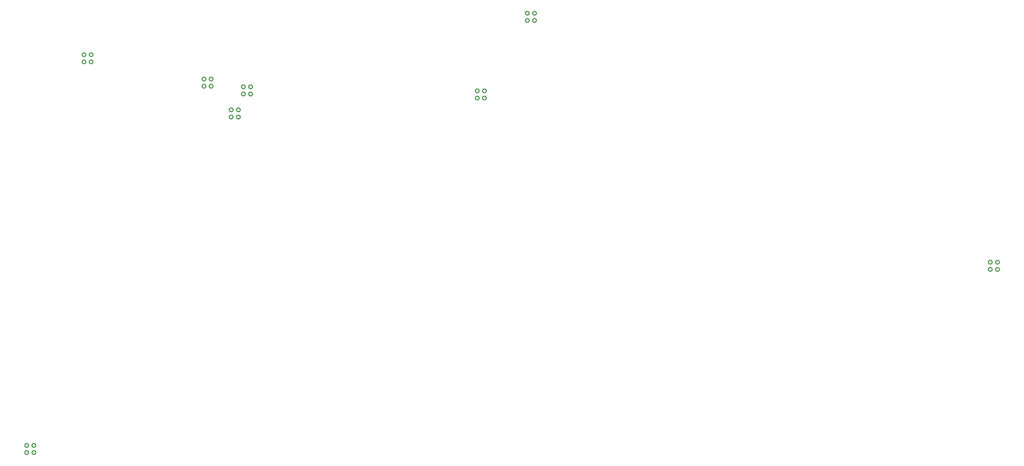
<source format=gtp>
G75*
%MOIN*%
%OFA0B0*%
%FSLAX25Y25*%
%IPPOS*%
%LPD*%
%AMOC8*
5,1,8,0,0,1.08239X$1,22.5*
%
%ADD10C,0.01200*%
D10*
X0072400Y0160250D02*
X0072402Y0160351D01*
X0072408Y0160453D01*
X0072418Y0160554D01*
X0072432Y0160654D01*
X0072449Y0160754D01*
X0072471Y0160853D01*
X0072496Y0160951D01*
X0072526Y0161049D01*
X0072559Y0161145D01*
X0072595Y0161239D01*
X0072636Y0161332D01*
X0072680Y0161424D01*
X0072727Y0161513D01*
X0072779Y0161601D01*
X0072833Y0161687D01*
X0072891Y0161770D01*
X0072952Y0161851D01*
X0073016Y0161930D01*
X0073083Y0162006D01*
X0073153Y0162079D01*
X0073225Y0162150D01*
X0073301Y0162218D01*
X0073379Y0162283D01*
X0073459Y0162344D01*
X0073542Y0162403D01*
X0073627Y0162458D01*
X0073715Y0162510D01*
X0073804Y0162559D01*
X0073895Y0162603D01*
X0073987Y0162645D01*
X0074082Y0162682D01*
X0074177Y0162716D01*
X0074274Y0162747D01*
X0074372Y0162773D01*
X0074471Y0162796D01*
X0074571Y0162814D01*
X0074671Y0162829D01*
X0074772Y0162840D01*
X0074873Y0162847D01*
X0074975Y0162850D01*
X0075076Y0162849D01*
X0075177Y0162844D01*
X0075279Y0162835D01*
X0075379Y0162822D01*
X0075479Y0162805D01*
X0075579Y0162785D01*
X0075677Y0162760D01*
X0075774Y0162732D01*
X0075871Y0162700D01*
X0075966Y0162664D01*
X0076059Y0162625D01*
X0076151Y0162581D01*
X0076241Y0162535D01*
X0076329Y0162485D01*
X0076415Y0162431D01*
X0076499Y0162374D01*
X0076581Y0162314D01*
X0076660Y0162251D01*
X0076737Y0162184D01*
X0076811Y0162115D01*
X0076883Y0162043D01*
X0076951Y0161968D01*
X0077017Y0161891D01*
X0077079Y0161811D01*
X0077139Y0161729D01*
X0077195Y0161644D01*
X0077247Y0161557D01*
X0077297Y0161469D01*
X0077343Y0161378D01*
X0077385Y0161286D01*
X0077423Y0161192D01*
X0077458Y0161097D01*
X0077489Y0161000D01*
X0077517Y0160902D01*
X0077540Y0160804D01*
X0077560Y0160704D01*
X0077576Y0160604D01*
X0077588Y0160503D01*
X0077596Y0160402D01*
X0077600Y0160301D01*
X0077600Y0160199D01*
X0077596Y0160098D01*
X0077588Y0159997D01*
X0077576Y0159896D01*
X0077560Y0159796D01*
X0077540Y0159696D01*
X0077517Y0159598D01*
X0077489Y0159500D01*
X0077458Y0159403D01*
X0077423Y0159308D01*
X0077385Y0159214D01*
X0077343Y0159122D01*
X0077297Y0159031D01*
X0077247Y0158943D01*
X0077195Y0158856D01*
X0077139Y0158771D01*
X0077079Y0158689D01*
X0077017Y0158609D01*
X0076951Y0158532D01*
X0076883Y0158457D01*
X0076811Y0158385D01*
X0076737Y0158316D01*
X0076660Y0158249D01*
X0076581Y0158186D01*
X0076499Y0158126D01*
X0076415Y0158069D01*
X0076329Y0158015D01*
X0076241Y0157965D01*
X0076151Y0157919D01*
X0076059Y0157875D01*
X0075966Y0157836D01*
X0075871Y0157800D01*
X0075774Y0157768D01*
X0075677Y0157740D01*
X0075579Y0157715D01*
X0075479Y0157695D01*
X0075379Y0157678D01*
X0075279Y0157665D01*
X0075177Y0157656D01*
X0075076Y0157651D01*
X0074975Y0157650D01*
X0074873Y0157653D01*
X0074772Y0157660D01*
X0074671Y0157671D01*
X0074571Y0157686D01*
X0074471Y0157704D01*
X0074372Y0157727D01*
X0074274Y0157753D01*
X0074177Y0157784D01*
X0074082Y0157818D01*
X0073987Y0157855D01*
X0073895Y0157897D01*
X0073804Y0157941D01*
X0073715Y0157990D01*
X0073627Y0158042D01*
X0073542Y0158097D01*
X0073459Y0158156D01*
X0073379Y0158217D01*
X0073301Y0158282D01*
X0073225Y0158350D01*
X0073153Y0158421D01*
X0073083Y0158494D01*
X0073016Y0158570D01*
X0072952Y0158649D01*
X0072891Y0158730D01*
X0072833Y0158813D01*
X0072779Y0158899D01*
X0072727Y0158987D01*
X0072680Y0159076D01*
X0072636Y0159168D01*
X0072595Y0159261D01*
X0072559Y0159355D01*
X0072526Y0159451D01*
X0072496Y0159549D01*
X0072471Y0159647D01*
X0072449Y0159746D01*
X0072432Y0159846D01*
X0072418Y0159946D01*
X0072408Y0160047D01*
X0072402Y0160149D01*
X0072400Y0160250D01*
X0072402Y0160351D01*
X0072408Y0160453D01*
X0072418Y0160554D01*
X0072432Y0160654D01*
X0072449Y0160754D01*
X0072471Y0160853D01*
X0072496Y0160951D01*
X0072526Y0161049D01*
X0072559Y0161145D01*
X0072595Y0161239D01*
X0072636Y0161332D01*
X0072680Y0161424D01*
X0072727Y0161513D01*
X0072779Y0161601D01*
X0072833Y0161687D01*
X0072891Y0161770D01*
X0072952Y0161851D01*
X0073016Y0161930D01*
X0073083Y0162006D01*
X0073153Y0162079D01*
X0073225Y0162150D01*
X0073301Y0162218D01*
X0073379Y0162283D01*
X0073459Y0162344D01*
X0073542Y0162403D01*
X0073627Y0162458D01*
X0073715Y0162510D01*
X0073804Y0162559D01*
X0073895Y0162603D01*
X0073987Y0162645D01*
X0074082Y0162682D01*
X0074177Y0162716D01*
X0074274Y0162747D01*
X0074372Y0162773D01*
X0074471Y0162796D01*
X0074571Y0162814D01*
X0074671Y0162829D01*
X0074772Y0162840D01*
X0074873Y0162847D01*
X0074975Y0162850D01*
X0075076Y0162849D01*
X0075177Y0162844D01*
X0075279Y0162835D01*
X0075379Y0162822D01*
X0075479Y0162805D01*
X0075579Y0162785D01*
X0075677Y0162760D01*
X0075774Y0162732D01*
X0075871Y0162700D01*
X0075966Y0162664D01*
X0076059Y0162625D01*
X0076151Y0162581D01*
X0076241Y0162535D01*
X0076329Y0162485D01*
X0076415Y0162431D01*
X0076499Y0162374D01*
X0076581Y0162314D01*
X0076660Y0162251D01*
X0076737Y0162184D01*
X0076811Y0162115D01*
X0076883Y0162043D01*
X0076951Y0161968D01*
X0077017Y0161891D01*
X0077079Y0161811D01*
X0077139Y0161729D01*
X0077195Y0161644D01*
X0077247Y0161557D01*
X0077297Y0161469D01*
X0077343Y0161378D01*
X0077385Y0161286D01*
X0077423Y0161192D01*
X0077458Y0161097D01*
X0077489Y0161000D01*
X0077517Y0160902D01*
X0077540Y0160804D01*
X0077560Y0160704D01*
X0077576Y0160604D01*
X0077588Y0160503D01*
X0077596Y0160402D01*
X0077600Y0160301D01*
X0077600Y0160199D01*
X0077596Y0160098D01*
X0077588Y0159997D01*
X0077576Y0159896D01*
X0077560Y0159796D01*
X0077540Y0159696D01*
X0077517Y0159598D01*
X0077489Y0159500D01*
X0077458Y0159403D01*
X0077423Y0159308D01*
X0077385Y0159214D01*
X0077343Y0159122D01*
X0077297Y0159031D01*
X0077247Y0158943D01*
X0077195Y0158856D01*
X0077139Y0158771D01*
X0077079Y0158689D01*
X0077017Y0158609D01*
X0076951Y0158532D01*
X0076883Y0158457D01*
X0076811Y0158385D01*
X0076737Y0158316D01*
X0076660Y0158249D01*
X0076581Y0158186D01*
X0076499Y0158126D01*
X0076415Y0158069D01*
X0076329Y0158015D01*
X0076241Y0157965D01*
X0076151Y0157919D01*
X0076059Y0157875D01*
X0075966Y0157836D01*
X0075871Y0157800D01*
X0075774Y0157768D01*
X0075677Y0157740D01*
X0075579Y0157715D01*
X0075479Y0157695D01*
X0075379Y0157678D01*
X0075279Y0157665D01*
X0075177Y0157656D01*
X0075076Y0157651D01*
X0074975Y0157650D01*
X0074873Y0157653D01*
X0074772Y0157660D01*
X0074671Y0157671D01*
X0074571Y0157686D01*
X0074471Y0157704D01*
X0074372Y0157727D01*
X0074274Y0157753D01*
X0074177Y0157784D01*
X0074082Y0157818D01*
X0073987Y0157855D01*
X0073895Y0157897D01*
X0073804Y0157941D01*
X0073715Y0157990D01*
X0073627Y0158042D01*
X0073542Y0158097D01*
X0073459Y0158156D01*
X0073379Y0158217D01*
X0073301Y0158282D01*
X0073225Y0158350D01*
X0073153Y0158421D01*
X0073083Y0158494D01*
X0073016Y0158570D01*
X0072952Y0158649D01*
X0072891Y0158730D01*
X0072833Y0158813D01*
X0072779Y0158899D01*
X0072727Y0158987D01*
X0072680Y0159076D01*
X0072636Y0159168D01*
X0072595Y0159261D01*
X0072559Y0159355D01*
X0072526Y0159451D01*
X0072496Y0159549D01*
X0072471Y0159647D01*
X0072449Y0159746D01*
X0072432Y0159846D01*
X0072418Y0159946D01*
X0072408Y0160047D01*
X0072402Y0160149D01*
X0072400Y0160250D01*
X0072400Y0170250D02*
X0072402Y0170351D01*
X0072408Y0170453D01*
X0072418Y0170554D01*
X0072432Y0170654D01*
X0072449Y0170754D01*
X0072471Y0170853D01*
X0072496Y0170951D01*
X0072526Y0171049D01*
X0072559Y0171145D01*
X0072595Y0171239D01*
X0072636Y0171332D01*
X0072680Y0171424D01*
X0072727Y0171513D01*
X0072779Y0171601D01*
X0072833Y0171687D01*
X0072891Y0171770D01*
X0072952Y0171851D01*
X0073016Y0171930D01*
X0073083Y0172006D01*
X0073153Y0172079D01*
X0073225Y0172150D01*
X0073301Y0172218D01*
X0073379Y0172283D01*
X0073459Y0172344D01*
X0073542Y0172403D01*
X0073627Y0172458D01*
X0073715Y0172510D01*
X0073804Y0172559D01*
X0073895Y0172603D01*
X0073987Y0172645D01*
X0074082Y0172682D01*
X0074177Y0172716D01*
X0074274Y0172747D01*
X0074372Y0172773D01*
X0074471Y0172796D01*
X0074571Y0172814D01*
X0074671Y0172829D01*
X0074772Y0172840D01*
X0074873Y0172847D01*
X0074975Y0172850D01*
X0075076Y0172849D01*
X0075177Y0172844D01*
X0075279Y0172835D01*
X0075379Y0172822D01*
X0075479Y0172805D01*
X0075579Y0172785D01*
X0075677Y0172760D01*
X0075774Y0172732D01*
X0075871Y0172700D01*
X0075966Y0172664D01*
X0076059Y0172625D01*
X0076151Y0172581D01*
X0076241Y0172535D01*
X0076329Y0172485D01*
X0076415Y0172431D01*
X0076499Y0172374D01*
X0076581Y0172314D01*
X0076660Y0172251D01*
X0076737Y0172184D01*
X0076811Y0172115D01*
X0076883Y0172043D01*
X0076951Y0171968D01*
X0077017Y0171891D01*
X0077079Y0171811D01*
X0077139Y0171729D01*
X0077195Y0171644D01*
X0077247Y0171557D01*
X0077297Y0171469D01*
X0077343Y0171378D01*
X0077385Y0171286D01*
X0077423Y0171192D01*
X0077458Y0171097D01*
X0077489Y0171000D01*
X0077517Y0170902D01*
X0077540Y0170804D01*
X0077560Y0170704D01*
X0077576Y0170604D01*
X0077588Y0170503D01*
X0077596Y0170402D01*
X0077600Y0170301D01*
X0077600Y0170199D01*
X0077596Y0170098D01*
X0077588Y0169997D01*
X0077576Y0169896D01*
X0077560Y0169796D01*
X0077540Y0169696D01*
X0077517Y0169598D01*
X0077489Y0169500D01*
X0077458Y0169403D01*
X0077423Y0169308D01*
X0077385Y0169214D01*
X0077343Y0169122D01*
X0077297Y0169031D01*
X0077247Y0168943D01*
X0077195Y0168856D01*
X0077139Y0168771D01*
X0077079Y0168689D01*
X0077017Y0168609D01*
X0076951Y0168532D01*
X0076883Y0168457D01*
X0076811Y0168385D01*
X0076737Y0168316D01*
X0076660Y0168249D01*
X0076581Y0168186D01*
X0076499Y0168126D01*
X0076415Y0168069D01*
X0076329Y0168015D01*
X0076241Y0167965D01*
X0076151Y0167919D01*
X0076059Y0167875D01*
X0075966Y0167836D01*
X0075871Y0167800D01*
X0075774Y0167768D01*
X0075677Y0167740D01*
X0075579Y0167715D01*
X0075479Y0167695D01*
X0075379Y0167678D01*
X0075279Y0167665D01*
X0075177Y0167656D01*
X0075076Y0167651D01*
X0074975Y0167650D01*
X0074873Y0167653D01*
X0074772Y0167660D01*
X0074671Y0167671D01*
X0074571Y0167686D01*
X0074471Y0167704D01*
X0074372Y0167727D01*
X0074274Y0167753D01*
X0074177Y0167784D01*
X0074082Y0167818D01*
X0073987Y0167855D01*
X0073895Y0167897D01*
X0073804Y0167941D01*
X0073715Y0167990D01*
X0073627Y0168042D01*
X0073542Y0168097D01*
X0073459Y0168156D01*
X0073379Y0168217D01*
X0073301Y0168282D01*
X0073225Y0168350D01*
X0073153Y0168421D01*
X0073083Y0168494D01*
X0073016Y0168570D01*
X0072952Y0168649D01*
X0072891Y0168730D01*
X0072833Y0168813D01*
X0072779Y0168899D01*
X0072727Y0168987D01*
X0072680Y0169076D01*
X0072636Y0169168D01*
X0072595Y0169261D01*
X0072559Y0169355D01*
X0072526Y0169451D01*
X0072496Y0169549D01*
X0072471Y0169647D01*
X0072449Y0169746D01*
X0072432Y0169846D01*
X0072418Y0169946D01*
X0072408Y0170047D01*
X0072402Y0170149D01*
X0072400Y0170250D01*
X0072402Y0170351D01*
X0072408Y0170453D01*
X0072418Y0170554D01*
X0072432Y0170654D01*
X0072449Y0170754D01*
X0072471Y0170853D01*
X0072496Y0170951D01*
X0072526Y0171049D01*
X0072559Y0171145D01*
X0072595Y0171239D01*
X0072636Y0171332D01*
X0072680Y0171424D01*
X0072727Y0171513D01*
X0072779Y0171601D01*
X0072833Y0171687D01*
X0072891Y0171770D01*
X0072952Y0171851D01*
X0073016Y0171930D01*
X0073083Y0172006D01*
X0073153Y0172079D01*
X0073225Y0172150D01*
X0073301Y0172218D01*
X0073379Y0172283D01*
X0073459Y0172344D01*
X0073542Y0172403D01*
X0073627Y0172458D01*
X0073715Y0172510D01*
X0073804Y0172559D01*
X0073895Y0172603D01*
X0073987Y0172645D01*
X0074082Y0172682D01*
X0074177Y0172716D01*
X0074274Y0172747D01*
X0074372Y0172773D01*
X0074471Y0172796D01*
X0074571Y0172814D01*
X0074671Y0172829D01*
X0074772Y0172840D01*
X0074873Y0172847D01*
X0074975Y0172850D01*
X0075076Y0172849D01*
X0075177Y0172844D01*
X0075279Y0172835D01*
X0075379Y0172822D01*
X0075479Y0172805D01*
X0075579Y0172785D01*
X0075677Y0172760D01*
X0075774Y0172732D01*
X0075871Y0172700D01*
X0075966Y0172664D01*
X0076059Y0172625D01*
X0076151Y0172581D01*
X0076241Y0172535D01*
X0076329Y0172485D01*
X0076415Y0172431D01*
X0076499Y0172374D01*
X0076581Y0172314D01*
X0076660Y0172251D01*
X0076737Y0172184D01*
X0076811Y0172115D01*
X0076883Y0172043D01*
X0076951Y0171968D01*
X0077017Y0171891D01*
X0077079Y0171811D01*
X0077139Y0171729D01*
X0077195Y0171644D01*
X0077247Y0171557D01*
X0077297Y0171469D01*
X0077343Y0171378D01*
X0077385Y0171286D01*
X0077423Y0171192D01*
X0077458Y0171097D01*
X0077489Y0171000D01*
X0077517Y0170902D01*
X0077540Y0170804D01*
X0077560Y0170704D01*
X0077576Y0170604D01*
X0077588Y0170503D01*
X0077596Y0170402D01*
X0077600Y0170301D01*
X0077600Y0170199D01*
X0077596Y0170098D01*
X0077588Y0169997D01*
X0077576Y0169896D01*
X0077560Y0169796D01*
X0077540Y0169696D01*
X0077517Y0169598D01*
X0077489Y0169500D01*
X0077458Y0169403D01*
X0077423Y0169308D01*
X0077385Y0169214D01*
X0077343Y0169122D01*
X0077297Y0169031D01*
X0077247Y0168943D01*
X0077195Y0168856D01*
X0077139Y0168771D01*
X0077079Y0168689D01*
X0077017Y0168609D01*
X0076951Y0168532D01*
X0076883Y0168457D01*
X0076811Y0168385D01*
X0076737Y0168316D01*
X0076660Y0168249D01*
X0076581Y0168186D01*
X0076499Y0168126D01*
X0076415Y0168069D01*
X0076329Y0168015D01*
X0076241Y0167965D01*
X0076151Y0167919D01*
X0076059Y0167875D01*
X0075966Y0167836D01*
X0075871Y0167800D01*
X0075774Y0167768D01*
X0075677Y0167740D01*
X0075579Y0167715D01*
X0075479Y0167695D01*
X0075379Y0167678D01*
X0075279Y0167665D01*
X0075177Y0167656D01*
X0075076Y0167651D01*
X0074975Y0167650D01*
X0074873Y0167653D01*
X0074772Y0167660D01*
X0074671Y0167671D01*
X0074571Y0167686D01*
X0074471Y0167704D01*
X0074372Y0167727D01*
X0074274Y0167753D01*
X0074177Y0167784D01*
X0074082Y0167818D01*
X0073987Y0167855D01*
X0073895Y0167897D01*
X0073804Y0167941D01*
X0073715Y0167990D01*
X0073627Y0168042D01*
X0073542Y0168097D01*
X0073459Y0168156D01*
X0073379Y0168217D01*
X0073301Y0168282D01*
X0073225Y0168350D01*
X0073153Y0168421D01*
X0073083Y0168494D01*
X0073016Y0168570D01*
X0072952Y0168649D01*
X0072891Y0168730D01*
X0072833Y0168813D01*
X0072779Y0168899D01*
X0072727Y0168987D01*
X0072680Y0169076D01*
X0072636Y0169168D01*
X0072595Y0169261D01*
X0072559Y0169355D01*
X0072526Y0169451D01*
X0072496Y0169549D01*
X0072471Y0169647D01*
X0072449Y0169746D01*
X0072432Y0169846D01*
X0072418Y0169946D01*
X0072408Y0170047D01*
X0072402Y0170149D01*
X0072400Y0170250D01*
X0082393Y0170250D02*
X0082395Y0170352D01*
X0082401Y0170453D01*
X0082411Y0170555D01*
X0082425Y0170655D01*
X0082442Y0170755D01*
X0082464Y0170855D01*
X0082490Y0170953D01*
X0082519Y0171051D01*
X0082552Y0171147D01*
X0082589Y0171242D01*
X0082630Y0171335D01*
X0082674Y0171427D01*
X0082721Y0171517D01*
X0082773Y0171605D01*
X0082827Y0171690D01*
X0082885Y0171774D01*
X0082946Y0171855D01*
X0083010Y0171934D01*
X0083077Y0172011D01*
X0083148Y0172084D01*
X0083221Y0172155D01*
X0083296Y0172223D01*
X0083375Y0172288D01*
X0083455Y0172350D01*
X0083538Y0172409D01*
X0083624Y0172464D01*
X0083711Y0172516D01*
X0083801Y0172565D01*
X0083892Y0172610D01*
X0083985Y0172651D01*
X0084079Y0172689D01*
X0084175Y0172723D01*
X0084272Y0172753D01*
X0084370Y0172780D01*
X0084470Y0172802D01*
X0084570Y0172821D01*
X0084670Y0172836D01*
X0084771Y0172847D01*
X0084873Y0172854D01*
X0084975Y0172857D01*
X0085076Y0172856D01*
X0085178Y0172851D01*
X0085279Y0172842D01*
X0085380Y0172829D01*
X0085481Y0172812D01*
X0085580Y0172792D01*
X0085679Y0172767D01*
X0085777Y0172739D01*
X0085873Y0172706D01*
X0085968Y0172671D01*
X0086062Y0172631D01*
X0086154Y0172588D01*
X0086244Y0172541D01*
X0086333Y0172491D01*
X0086419Y0172437D01*
X0086503Y0172380D01*
X0086585Y0172320D01*
X0086665Y0172256D01*
X0086742Y0172190D01*
X0086816Y0172120D01*
X0086888Y0172048D01*
X0086957Y0171973D01*
X0087022Y0171895D01*
X0087085Y0171815D01*
X0087144Y0171733D01*
X0087201Y0171648D01*
X0087253Y0171561D01*
X0087303Y0171472D01*
X0087349Y0171381D01*
X0087391Y0171289D01*
X0087430Y0171195D01*
X0087465Y0171099D01*
X0087496Y0171002D01*
X0087524Y0170904D01*
X0087547Y0170805D01*
X0087567Y0170705D01*
X0087583Y0170605D01*
X0087595Y0170504D01*
X0087603Y0170403D01*
X0087607Y0170301D01*
X0087607Y0170199D01*
X0087603Y0170097D01*
X0087595Y0169996D01*
X0087583Y0169895D01*
X0087567Y0169795D01*
X0087547Y0169695D01*
X0087524Y0169596D01*
X0087496Y0169498D01*
X0087465Y0169401D01*
X0087430Y0169305D01*
X0087391Y0169211D01*
X0087349Y0169119D01*
X0087303Y0169028D01*
X0087253Y0168939D01*
X0087201Y0168852D01*
X0087144Y0168767D01*
X0087085Y0168685D01*
X0087022Y0168605D01*
X0086957Y0168527D01*
X0086888Y0168452D01*
X0086816Y0168380D01*
X0086742Y0168310D01*
X0086665Y0168244D01*
X0086585Y0168180D01*
X0086503Y0168120D01*
X0086419Y0168063D01*
X0086333Y0168009D01*
X0086244Y0167959D01*
X0086154Y0167912D01*
X0086062Y0167869D01*
X0085968Y0167829D01*
X0085873Y0167794D01*
X0085777Y0167761D01*
X0085679Y0167733D01*
X0085580Y0167708D01*
X0085481Y0167688D01*
X0085380Y0167671D01*
X0085279Y0167658D01*
X0085178Y0167649D01*
X0085076Y0167644D01*
X0084975Y0167643D01*
X0084873Y0167646D01*
X0084771Y0167653D01*
X0084670Y0167664D01*
X0084570Y0167679D01*
X0084470Y0167698D01*
X0084370Y0167720D01*
X0084272Y0167747D01*
X0084175Y0167777D01*
X0084079Y0167811D01*
X0083985Y0167849D01*
X0083892Y0167890D01*
X0083801Y0167935D01*
X0083711Y0167984D01*
X0083624Y0168036D01*
X0083538Y0168091D01*
X0083455Y0168150D01*
X0083375Y0168212D01*
X0083296Y0168277D01*
X0083221Y0168345D01*
X0083148Y0168416D01*
X0083077Y0168489D01*
X0083010Y0168566D01*
X0082946Y0168645D01*
X0082885Y0168726D01*
X0082827Y0168810D01*
X0082773Y0168895D01*
X0082721Y0168983D01*
X0082674Y0169073D01*
X0082630Y0169165D01*
X0082589Y0169258D01*
X0082552Y0169353D01*
X0082519Y0169449D01*
X0082490Y0169547D01*
X0082464Y0169645D01*
X0082442Y0169745D01*
X0082425Y0169845D01*
X0082411Y0169945D01*
X0082401Y0170047D01*
X0082395Y0170148D01*
X0082393Y0170250D01*
X0082395Y0170352D01*
X0082401Y0170453D01*
X0082411Y0170555D01*
X0082425Y0170655D01*
X0082442Y0170755D01*
X0082464Y0170855D01*
X0082490Y0170953D01*
X0082519Y0171051D01*
X0082552Y0171147D01*
X0082589Y0171242D01*
X0082630Y0171335D01*
X0082674Y0171427D01*
X0082721Y0171517D01*
X0082773Y0171605D01*
X0082827Y0171690D01*
X0082885Y0171774D01*
X0082946Y0171855D01*
X0083010Y0171934D01*
X0083077Y0172011D01*
X0083148Y0172084D01*
X0083221Y0172155D01*
X0083296Y0172223D01*
X0083375Y0172288D01*
X0083455Y0172350D01*
X0083538Y0172409D01*
X0083624Y0172464D01*
X0083711Y0172516D01*
X0083801Y0172565D01*
X0083892Y0172610D01*
X0083985Y0172651D01*
X0084079Y0172689D01*
X0084175Y0172723D01*
X0084272Y0172753D01*
X0084370Y0172780D01*
X0084470Y0172802D01*
X0084570Y0172821D01*
X0084670Y0172836D01*
X0084771Y0172847D01*
X0084873Y0172854D01*
X0084975Y0172857D01*
X0085076Y0172856D01*
X0085178Y0172851D01*
X0085279Y0172842D01*
X0085380Y0172829D01*
X0085481Y0172812D01*
X0085580Y0172792D01*
X0085679Y0172767D01*
X0085777Y0172739D01*
X0085873Y0172706D01*
X0085968Y0172671D01*
X0086062Y0172631D01*
X0086154Y0172588D01*
X0086244Y0172541D01*
X0086333Y0172491D01*
X0086419Y0172437D01*
X0086503Y0172380D01*
X0086585Y0172320D01*
X0086665Y0172256D01*
X0086742Y0172190D01*
X0086816Y0172120D01*
X0086888Y0172048D01*
X0086957Y0171973D01*
X0087022Y0171895D01*
X0087085Y0171815D01*
X0087144Y0171733D01*
X0087201Y0171648D01*
X0087253Y0171561D01*
X0087303Y0171472D01*
X0087349Y0171381D01*
X0087391Y0171289D01*
X0087430Y0171195D01*
X0087465Y0171099D01*
X0087496Y0171002D01*
X0087524Y0170904D01*
X0087547Y0170805D01*
X0087567Y0170705D01*
X0087583Y0170605D01*
X0087595Y0170504D01*
X0087603Y0170403D01*
X0087607Y0170301D01*
X0087607Y0170199D01*
X0087603Y0170097D01*
X0087595Y0169996D01*
X0087583Y0169895D01*
X0087567Y0169795D01*
X0087547Y0169695D01*
X0087524Y0169596D01*
X0087496Y0169498D01*
X0087465Y0169401D01*
X0087430Y0169305D01*
X0087391Y0169211D01*
X0087349Y0169119D01*
X0087303Y0169028D01*
X0087253Y0168939D01*
X0087201Y0168852D01*
X0087144Y0168767D01*
X0087085Y0168685D01*
X0087022Y0168605D01*
X0086957Y0168527D01*
X0086888Y0168452D01*
X0086816Y0168380D01*
X0086742Y0168310D01*
X0086665Y0168244D01*
X0086585Y0168180D01*
X0086503Y0168120D01*
X0086419Y0168063D01*
X0086333Y0168009D01*
X0086244Y0167959D01*
X0086154Y0167912D01*
X0086062Y0167869D01*
X0085968Y0167829D01*
X0085873Y0167794D01*
X0085777Y0167761D01*
X0085679Y0167733D01*
X0085580Y0167708D01*
X0085481Y0167688D01*
X0085380Y0167671D01*
X0085279Y0167658D01*
X0085178Y0167649D01*
X0085076Y0167644D01*
X0084975Y0167643D01*
X0084873Y0167646D01*
X0084771Y0167653D01*
X0084670Y0167664D01*
X0084570Y0167679D01*
X0084470Y0167698D01*
X0084370Y0167720D01*
X0084272Y0167747D01*
X0084175Y0167777D01*
X0084079Y0167811D01*
X0083985Y0167849D01*
X0083892Y0167890D01*
X0083801Y0167935D01*
X0083711Y0167984D01*
X0083624Y0168036D01*
X0083538Y0168091D01*
X0083455Y0168150D01*
X0083375Y0168212D01*
X0083296Y0168277D01*
X0083221Y0168345D01*
X0083148Y0168416D01*
X0083077Y0168489D01*
X0083010Y0168566D01*
X0082946Y0168645D01*
X0082885Y0168726D01*
X0082827Y0168810D01*
X0082773Y0168895D01*
X0082721Y0168983D01*
X0082674Y0169073D01*
X0082630Y0169165D01*
X0082589Y0169258D01*
X0082552Y0169353D01*
X0082519Y0169449D01*
X0082490Y0169547D01*
X0082464Y0169645D01*
X0082442Y0169745D01*
X0082425Y0169845D01*
X0082411Y0169945D01*
X0082401Y0170047D01*
X0082395Y0170148D01*
X0082393Y0170250D01*
X0082393Y0160250D02*
X0082395Y0160352D01*
X0082401Y0160453D01*
X0082411Y0160555D01*
X0082425Y0160655D01*
X0082442Y0160755D01*
X0082464Y0160855D01*
X0082490Y0160953D01*
X0082519Y0161051D01*
X0082552Y0161147D01*
X0082589Y0161242D01*
X0082630Y0161335D01*
X0082674Y0161427D01*
X0082721Y0161517D01*
X0082773Y0161605D01*
X0082827Y0161690D01*
X0082885Y0161774D01*
X0082946Y0161855D01*
X0083010Y0161934D01*
X0083077Y0162011D01*
X0083148Y0162084D01*
X0083221Y0162155D01*
X0083296Y0162223D01*
X0083375Y0162288D01*
X0083455Y0162350D01*
X0083538Y0162409D01*
X0083624Y0162464D01*
X0083711Y0162516D01*
X0083801Y0162565D01*
X0083892Y0162610D01*
X0083985Y0162651D01*
X0084079Y0162689D01*
X0084175Y0162723D01*
X0084272Y0162753D01*
X0084370Y0162780D01*
X0084470Y0162802D01*
X0084570Y0162821D01*
X0084670Y0162836D01*
X0084771Y0162847D01*
X0084873Y0162854D01*
X0084975Y0162857D01*
X0085076Y0162856D01*
X0085178Y0162851D01*
X0085279Y0162842D01*
X0085380Y0162829D01*
X0085481Y0162812D01*
X0085580Y0162792D01*
X0085679Y0162767D01*
X0085777Y0162739D01*
X0085873Y0162706D01*
X0085968Y0162671D01*
X0086062Y0162631D01*
X0086154Y0162588D01*
X0086244Y0162541D01*
X0086333Y0162491D01*
X0086419Y0162437D01*
X0086503Y0162380D01*
X0086585Y0162320D01*
X0086665Y0162256D01*
X0086742Y0162190D01*
X0086816Y0162120D01*
X0086888Y0162048D01*
X0086957Y0161973D01*
X0087022Y0161895D01*
X0087085Y0161815D01*
X0087144Y0161733D01*
X0087201Y0161648D01*
X0087253Y0161561D01*
X0087303Y0161472D01*
X0087349Y0161381D01*
X0087391Y0161289D01*
X0087430Y0161195D01*
X0087465Y0161099D01*
X0087496Y0161002D01*
X0087524Y0160904D01*
X0087547Y0160805D01*
X0087567Y0160705D01*
X0087583Y0160605D01*
X0087595Y0160504D01*
X0087603Y0160403D01*
X0087607Y0160301D01*
X0087607Y0160199D01*
X0087603Y0160097D01*
X0087595Y0159996D01*
X0087583Y0159895D01*
X0087567Y0159795D01*
X0087547Y0159695D01*
X0087524Y0159596D01*
X0087496Y0159498D01*
X0087465Y0159401D01*
X0087430Y0159305D01*
X0087391Y0159211D01*
X0087349Y0159119D01*
X0087303Y0159028D01*
X0087253Y0158939D01*
X0087201Y0158852D01*
X0087144Y0158767D01*
X0087085Y0158685D01*
X0087022Y0158605D01*
X0086957Y0158527D01*
X0086888Y0158452D01*
X0086816Y0158380D01*
X0086742Y0158310D01*
X0086665Y0158244D01*
X0086585Y0158180D01*
X0086503Y0158120D01*
X0086419Y0158063D01*
X0086333Y0158009D01*
X0086244Y0157959D01*
X0086154Y0157912D01*
X0086062Y0157869D01*
X0085968Y0157829D01*
X0085873Y0157794D01*
X0085777Y0157761D01*
X0085679Y0157733D01*
X0085580Y0157708D01*
X0085481Y0157688D01*
X0085380Y0157671D01*
X0085279Y0157658D01*
X0085178Y0157649D01*
X0085076Y0157644D01*
X0084975Y0157643D01*
X0084873Y0157646D01*
X0084771Y0157653D01*
X0084670Y0157664D01*
X0084570Y0157679D01*
X0084470Y0157698D01*
X0084370Y0157720D01*
X0084272Y0157747D01*
X0084175Y0157777D01*
X0084079Y0157811D01*
X0083985Y0157849D01*
X0083892Y0157890D01*
X0083801Y0157935D01*
X0083711Y0157984D01*
X0083624Y0158036D01*
X0083538Y0158091D01*
X0083455Y0158150D01*
X0083375Y0158212D01*
X0083296Y0158277D01*
X0083221Y0158345D01*
X0083148Y0158416D01*
X0083077Y0158489D01*
X0083010Y0158566D01*
X0082946Y0158645D01*
X0082885Y0158726D01*
X0082827Y0158810D01*
X0082773Y0158895D01*
X0082721Y0158983D01*
X0082674Y0159073D01*
X0082630Y0159165D01*
X0082589Y0159258D01*
X0082552Y0159353D01*
X0082519Y0159449D01*
X0082490Y0159547D01*
X0082464Y0159645D01*
X0082442Y0159745D01*
X0082425Y0159845D01*
X0082411Y0159945D01*
X0082401Y0160047D01*
X0082395Y0160148D01*
X0082393Y0160250D01*
X0082395Y0160352D01*
X0082401Y0160453D01*
X0082411Y0160555D01*
X0082425Y0160655D01*
X0082442Y0160755D01*
X0082464Y0160855D01*
X0082490Y0160953D01*
X0082519Y0161051D01*
X0082552Y0161147D01*
X0082589Y0161242D01*
X0082630Y0161335D01*
X0082674Y0161427D01*
X0082721Y0161517D01*
X0082773Y0161605D01*
X0082827Y0161690D01*
X0082885Y0161774D01*
X0082946Y0161855D01*
X0083010Y0161934D01*
X0083077Y0162011D01*
X0083148Y0162084D01*
X0083221Y0162155D01*
X0083296Y0162223D01*
X0083375Y0162288D01*
X0083455Y0162350D01*
X0083538Y0162409D01*
X0083624Y0162464D01*
X0083711Y0162516D01*
X0083801Y0162565D01*
X0083892Y0162610D01*
X0083985Y0162651D01*
X0084079Y0162689D01*
X0084175Y0162723D01*
X0084272Y0162753D01*
X0084370Y0162780D01*
X0084470Y0162802D01*
X0084570Y0162821D01*
X0084670Y0162836D01*
X0084771Y0162847D01*
X0084873Y0162854D01*
X0084975Y0162857D01*
X0085076Y0162856D01*
X0085178Y0162851D01*
X0085279Y0162842D01*
X0085380Y0162829D01*
X0085481Y0162812D01*
X0085580Y0162792D01*
X0085679Y0162767D01*
X0085777Y0162739D01*
X0085873Y0162706D01*
X0085968Y0162671D01*
X0086062Y0162631D01*
X0086154Y0162588D01*
X0086244Y0162541D01*
X0086333Y0162491D01*
X0086419Y0162437D01*
X0086503Y0162380D01*
X0086585Y0162320D01*
X0086665Y0162256D01*
X0086742Y0162190D01*
X0086816Y0162120D01*
X0086888Y0162048D01*
X0086957Y0161973D01*
X0087022Y0161895D01*
X0087085Y0161815D01*
X0087144Y0161733D01*
X0087201Y0161648D01*
X0087253Y0161561D01*
X0087303Y0161472D01*
X0087349Y0161381D01*
X0087391Y0161289D01*
X0087430Y0161195D01*
X0087465Y0161099D01*
X0087496Y0161002D01*
X0087524Y0160904D01*
X0087547Y0160805D01*
X0087567Y0160705D01*
X0087583Y0160605D01*
X0087595Y0160504D01*
X0087603Y0160403D01*
X0087607Y0160301D01*
X0087607Y0160199D01*
X0087603Y0160097D01*
X0087595Y0159996D01*
X0087583Y0159895D01*
X0087567Y0159795D01*
X0087547Y0159695D01*
X0087524Y0159596D01*
X0087496Y0159498D01*
X0087465Y0159401D01*
X0087430Y0159305D01*
X0087391Y0159211D01*
X0087349Y0159119D01*
X0087303Y0159028D01*
X0087253Y0158939D01*
X0087201Y0158852D01*
X0087144Y0158767D01*
X0087085Y0158685D01*
X0087022Y0158605D01*
X0086957Y0158527D01*
X0086888Y0158452D01*
X0086816Y0158380D01*
X0086742Y0158310D01*
X0086665Y0158244D01*
X0086585Y0158180D01*
X0086503Y0158120D01*
X0086419Y0158063D01*
X0086333Y0158009D01*
X0086244Y0157959D01*
X0086154Y0157912D01*
X0086062Y0157869D01*
X0085968Y0157829D01*
X0085873Y0157794D01*
X0085777Y0157761D01*
X0085679Y0157733D01*
X0085580Y0157708D01*
X0085481Y0157688D01*
X0085380Y0157671D01*
X0085279Y0157658D01*
X0085178Y0157649D01*
X0085076Y0157644D01*
X0084975Y0157643D01*
X0084873Y0157646D01*
X0084771Y0157653D01*
X0084670Y0157664D01*
X0084570Y0157679D01*
X0084470Y0157698D01*
X0084370Y0157720D01*
X0084272Y0157747D01*
X0084175Y0157777D01*
X0084079Y0157811D01*
X0083985Y0157849D01*
X0083892Y0157890D01*
X0083801Y0157935D01*
X0083711Y0157984D01*
X0083624Y0158036D01*
X0083538Y0158091D01*
X0083455Y0158150D01*
X0083375Y0158212D01*
X0083296Y0158277D01*
X0083221Y0158345D01*
X0083148Y0158416D01*
X0083077Y0158489D01*
X0083010Y0158566D01*
X0082946Y0158645D01*
X0082885Y0158726D01*
X0082827Y0158810D01*
X0082773Y0158895D01*
X0082721Y0158983D01*
X0082674Y0159073D01*
X0082630Y0159165D01*
X0082589Y0159258D01*
X0082552Y0159353D01*
X0082519Y0159449D01*
X0082490Y0159547D01*
X0082464Y0159645D01*
X0082442Y0159745D01*
X0082425Y0159845D01*
X0082411Y0159945D01*
X0082401Y0160047D01*
X0082395Y0160148D01*
X0082393Y0160250D01*
X0356900Y0627350D02*
X0356902Y0627451D01*
X0356908Y0627553D01*
X0356918Y0627654D01*
X0356932Y0627754D01*
X0356949Y0627854D01*
X0356971Y0627953D01*
X0356996Y0628051D01*
X0357026Y0628149D01*
X0357059Y0628245D01*
X0357095Y0628339D01*
X0357136Y0628432D01*
X0357180Y0628524D01*
X0357227Y0628613D01*
X0357279Y0628701D01*
X0357333Y0628787D01*
X0357391Y0628870D01*
X0357452Y0628951D01*
X0357516Y0629030D01*
X0357583Y0629106D01*
X0357653Y0629179D01*
X0357725Y0629250D01*
X0357801Y0629318D01*
X0357879Y0629383D01*
X0357959Y0629444D01*
X0358042Y0629503D01*
X0358127Y0629558D01*
X0358215Y0629610D01*
X0358304Y0629659D01*
X0358395Y0629703D01*
X0358487Y0629745D01*
X0358582Y0629782D01*
X0358677Y0629816D01*
X0358774Y0629847D01*
X0358872Y0629873D01*
X0358971Y0629896D01*
X0359071Y0629914D01*
X0359171Y0629929D01*
X0359272Y0629940D01*
X0359373Y0629947D01*
X0359475Y0629950D01*
X0359576Y0629949D01*
X0359677Y0629944D01*
X0359779Y0629935D01*
X0359879Y0629922D01*
X0359979Y0629905D01*
X0360079Y0629885D01*
X0360177Y0629860D01*
X0360274Y0629832D01*
X0360371Y0629800D01*
X0360466Y0629764D01*
X0360559Y0629725D01*
X0360651Y0629681D01*
X0360741Y0629635D01*
X0360829Y0629585D01*
X0360915Y0629531D01*
X0360999Y0629474D01*
X0361081Y0629414D01*
X0361160Y0629351D01*
X0361237Y0629284D01*
X0361311Y0629215D01*
X0361383Y0629143D01*
X0361451Y0629068D01*
X0361517Y0628991D01*
X0361579Y0628911D01*
X0361639Y0628829D01*
X0361695Y0628744D01*
X0361747Y0628657D01*
X0361797Y0628569D01*
X0361843Y0628478D01*
X0361885Y0628386D01*
X0361923Y0628292D01*
X0361958Y0628197D01*
X0361989Y0628100D01*
X0362017Y0628002D01*
X0362040Y0627904D01*
X0362060Y0627804D01*
X0362076Y0627704D01*
X0362088Y0627603D01*
X0362096Y0627502D01*
X0362100Y0627401D01*
X0362100Y0627299D01*
X0362096Y0627198D01*
X0362088Y0627097D01*
X0362076Y0626996D01*
X0362060Y0626896D01*
X0362040Y0626796D01*
X0362017Y0626698D01*
X0361989Y0626600D01*
X0361958Y0626503D01*
X0361923Y0626408D01*
X0361885Y0626314D01*
X0361843Y0626222D01*
X0361797Y0626131D01*
X0361747Y0626043D01*
X0361695Y0625956D01*
X0361639Y0625871D01*
X0361579Y0625789D01*
X0361517Y0625709D01*
X0361451Y0625632D01*
X0361383Y0625557D01*
X0361311Y0625485D01*
X0361237Y0625416D01*
X0361160Y0625349D01*
X0361081Y0625286D01*
X0360999Y0625226D01*
X0360915Y0625169D01*
X0360829Y0625115D01*
X0360741Y0625065D01*
X0360651Y0625019D01*
X0360559Y0624975D01*
X0360466Y0624936D01*
X0360371Y0624900D01*
X0360274Y0624868D01*
X0360177Y0624840D01*
X0360079Y0624815D01*
X0359979Y0624795D01*
X0359879Y0624778D01*
X0359779Y0624765D01*
X0359677Y0624756D01*
X0359576Y0624751D01*
X0359475Y0624750D01*
X0359373Y0624753D01*
X0359272Y0624760D01*
X0359171Y0624771D01*
X0359071Y0624786D01*
X0358971Y0624804D01*
X0358872Y0624827D01*
X0358774Y0624853D01*
X0358677Y0624884D01*
X0358582Y0624918D01*
X0358487Y0624955D01*
X0358395Y0624997D01*
X0358304Y0625041D01*
X0358215Y0625090D01*
X0358127Y0625142D01*
X0358042Y0625197D01*
X0357959Y0625256D01*
X0357879Y0625317D01*
X0357801Y0625382D01*
X0357725Y0625450D01*
X0357653Y0625521D01*
X0357583Y0625594D01*
X0357516Y0625670D01*
X0357452Y0625749D01*
X0357391Y0625830D01*
X0357333Y0625913D01*
X0357279Y0625999D01*
X0357227Y0626087D01*
X0357180Y0626176D01*
X0357136Y0626268D01*
X0357095Y0626361D01*
X0357059Y0626455D01*
X0357026Y0626551D01*
X0356996Y0626649D01*
X0356971Y0626747D01*
X0356949Y0626846D01*
X0356932Y0626946D01*
X0356918Y0627046D01*
X0356908Y0627147D01*
X0356902Y0627249D01*
X0356900Y0627350D01*
X0356900Y0637350D02*
X0356902Y0637451D01*
X0356908Y0637553D01*
X0356918Y0637654D01*
X0356932Y0637754D01*
X0356949Y0637854D01*
X0356971Y0637953D01*
X0356996Y0638051D01*
X0357026Y0638149D01*
X0357059Y0638245D01*
X0357095Y0638339D01*
X0357136Y0638432D01*
X0357180Y0638524D01*
X0357227Y0638613D01*
X0357279Y0638701D01*
X0357333Y0638787D01*
X0357391Y0638870D01*
X0357452Y0638951D01*
X0357516Y0639030D01*
X0357583Y0639106D01*
X0357653Y0639179D01*
X0357725Y0639250D01*
X0357801Y0639318D01*
X0357879Y0639383D01*
X0357959Y0639444D01*
X0358042Y0639503D01*
X0358127Y0639558D01*
X0358215Y0639610D01*
X0358304Y0639659D01*
X0358395Y0639703D01*
X0358487Y0639745D01*
X0358582Y0639782D01*
X0358677Y0639816D01*
X0358774Y0639847D01*
X0358872Y0639873D01*
X0358971Y0639896D01*
X0359071Y0639914D01*
X0359171Y0639929D01*
X0359272Y0639940D01*
X0359373Y0639947D01*
X0359475Y0639950D01*
X0359576Y0639949D01*
X0359677Y0639944D01*
X0359779Y0639935D01*
X0359879Y0639922D01*
X0359979Y0639905D01*
X0360079Y0639885D01*
X0360177Y0639860D01*
X0360274Y0639832D01*
X0360371Y0639800D01*
X0360466Y0639764D01*
X0360559Y0639725D01*
X0360651Y0639681D01*
X0360741Y0639635D01*
X0360829Y0639585D01*
X0360915Y0639531D01*
X0360999Y0639474D01*
X0361081Y0639414D01*
X0361160Y0639351D01*
X0361237Y0639284D01*
X0361311Y0639215D01*
X0361383Y0639143D01*
X0361451Y0639068D01*
X0361517Y0638991D01*
X0361579Y0638911D01*
X0361639Y0638829D01*
X0361695Y0638744D01*
X0361747Y0638657D01*
X0361797Y0638569D01*
X0361843Y0638478D01*
X0361885Y0638386D01*
X0361923Y0638292D01*
X0361958Y0638197D01*
X0361989Y0638100D01*
X0362017Y0638002D01*
X0362040Y0637904D01*
X0362060Y0637804D01*
X0362076Y0637704D01*
X0362088Y0637603D01*
X0362096Y0637502D01*
X0362100Y0637401D01*
X0362100Y0637299D01*
X0362096Y0637198D01*
X0362088Y0637097D01*
X0362076Y0636996D01*
X0362060Y0636896D01*
X0362040Y0636796D01*
X0362017Y0636698D01*
X0361989Y0636600D01*
X0361958Y0636503D01*
X0361923Y0636408D01*
X0361885Y0636314D01*
X0361843Y0636222D01*
X0361797Y0636131D01*
X0361747Y0636043D01*
X0361695Y0635956D01*
X0361639Y0635871D01*
X0361579Y0635789D01*
X0361517Y0635709D01*
X0361451Y0635632D01*
X0361383Y0635557D01*
X0361311Y0635485D01*
X0361237Y0635416D01*
X0361160Y0635349D01*
X0361081Y0635286D01*
X0360999Y0635226D01*
X0360915Y0635169D01*
X0360829Y0635115D01*
X0360741Y0635065D01*
X0360651Y0635019D01*
X0360559Y0634975D01*
X0360466Y0634936D01*
X0360371Y0634900D01*
X0360274Y0634868D01*
X0360177Y0634840D01*
X0360079Y0634815D01*
X0359979Y0634795D01*
X0359879Y0634778D01*
X0359779Y0634765D01*
X0359677Y0634756D01*
X0359576Y0634751D01*
X0359475Y0634750D01*
X0359373Y0634753D01*
X0359272Y0634760D01*
X0359171Y0634771D01*
X0359071Y0634786D01*
X0358971Y0634804D01*
X0358872Y0634827D01*
X0358774Y0634853D01*
X0358677Y0634884D01*
X0358582Y0634918D01*
X0358487Y0634955D01*
X0358395Y0634997D01*
X0358304Y0635041D01*
X0358215Y0635090D01*
X0358127Y0635142D01*
X0358042Y0635197D01*
X0357959Y0635256D01*
X0357879Y0635317D01*
X0357801Y0635382D01*
X0357725Y0635450D01*
X0357653Y0635521D01*
X0357583Y0635594D01*
X0357516Y0635670D01*
X0357452Y0635749D01*
X0357391Y0635830D01*
X0357333Y0635913D01*
X0357279Y0635999D01*
X0357227Y0636087D01*
X0357180Y0636176D01*
X0357136Y0636268D01*
X0357095Y0636361D01*
X0357059Y0636455D01*
X0357026Y0636551D01*
X0356996Y0636649D01*
X0356971Y0636747D01*
X0356949Y0636846D01*
X0356932Y0636946D01*
X0356918Y0637046D01*
X0356908Y0637147D01*
X0356902Y0637249D01*
X0356900Y0637350D01*
X0366893Y0637350D02*
X0366895Y0637452D01*
X0366901Y0637553D01*
X0366911Y0637655D01*
X0366925Y0637755D01*
X0366942Y0637855D01*
X0366964Y0637955D01*
X0366990Y0638053D01*
X0367019Y0638151D01*
X0367052Y0638247D01*
X0367089Y0638342D01*
X0367130Y0638435D01*
X0367174Y0638527D01*
X0367221Y0638617D01*
X0367273Y0638705D01*
X0367327Y0638790D01*
X0367385Y0638874D01*
X0367446Y0638955D01*
X0367510Y0639034D01*
X0367577Y0639111D01*
X0367648Y0639184D01*
X0367721Y0639255D01*
X0367796Y0639323D01*
X0367875Y0639388D01*
X0367955Y0639450D01*
X0368038Y0639509D01*
X0368124Y0639564D01*
X0368211Y0639616D01*
X0368301Y0639665D01*
X0368392Y0639710D01*
X0368485Y0639751D01*
X0368579Y0639789D01*
X0368675Y0639823D01*
X0368772Y0639853D01*
X0368870Y0639880D01*
X0368970Y0639902D01*
X0369070Y0639921D01*
X0369170Y0639936D01*
X0369271Y0639947D01*
X0369373Y0639954D01*
X0369475Y0639957D01*
X0369576Y0639956D01*
X0369678Y0639951D01*
X0369779Y0639942D01*
X0369880Y0639929D01*
X0369981Y0639912D01*
X0370080Y0639892D01*
X0370179Y0639867D01*
X0370277Y0639839D01*
X0370373Y0639806D01*
X0370468Y0639771D01*
X0370562Y0639731D01*
X0370654Y0639688D01*
X0370744Y0639641D01*
X0370833Y0639591D01*
X0370919Y0639537D01*
X0371003Y0639480D01*
X0371085Y0639420D01*
X0371165Y0639356D01*
X0371242Y0639290D01*
X0371316Y0639220D01*
X0371388Y0639148D01*
X0371457Y0639073D01*
X0371522Y0638995D01*
X0371585Y0638915D01*
X0371644Y0638833D01*
X0371701Y0638748D01*
X0371753Y0638661D01*
X0371803Y0638572D01*
X0371849Y0638481D01*
X0371891Y0638389D01*
X0371930Y0638295D01*
X0371965Y0638199D01*
X0371996Y0638102D01*
X0372024Y0638004D01*
X0372047Y0637905D01*
X0372067Y0637805D01*
X0372083Y0637705D01*
X0372095Y0637604D01*
X0372103Y0637503D01*
X0372107Y0637401D01*
X0372107Y0637299D01*
X0372103Y0637197D01*
X0372095Y0637096D01*
X0372083Y0636995D01*
X0372067Y0636895D01*
X0372047Y0636795D01*
X0372024Y0636696D01*
X0371996Y0636598D01*
X0371965Y0636501D01*
X0371930Y0636405D01*
X0371891Y0636311D01*
X0371849Y0636219D01*
X0371803Y0636128D01*
X0371753Y0636039D01*
X0371701Y0635952D01*
X0371644Y0635867D01*
X0371585Y0635785D01*
X0371522Y0635705D01*
X0371457Y0635627D01*
X0371388Y0635552D01*
X0371316Y0635480D01*
X0371242Y0635410D01*
X0371165Y0635344D01*
X0371085Y0635280D01*
X0371003Y0635220D01*
X0370919Y0635163D01*
X0370833Y0635109D01*
X0370744Y0635059D01*
X0370654Y0635012D01*
X0370562Y0634969D01*
X0370468Y0634929D01*
X0370373Y0634894D01*
X0370277Y0634861D01*
X0370179Y0634833D01*
X0370080Y0634808D01*
X0369981Y0634788D01*
X0369880Y0634771D01*
X0369779Y0634758D01*
X0369678Y0634749D01*
X0369576Y0634744D01*
X0369475Y0634743D01*
X0369373Y0634746D01*
X0369271Y0634753D01*
X0369170Y0634764D01*
X0369070Y0634779D01*
X0368970Y0634798D01*
X0368870Y0634820D01*
X0368772Y0634847D01*
X0368675Y0634877D01*
X0368579Y0634911D01*
X0368485Y0634949D01*
X0368392Y0634990D01*
X0368301Y0635035D01*
X0368211Y0635084D01*
X0368124Y0635136D01*
X0368038Y0635191D01*
X0367955Y0635250D01*
X0367875Y0635312D01*
X0367796Y0635377D01*
X0367721Y0635445D01*
X0367648Y0635516D01*
X0367577Y0635589D01*
X0367510Y0635666D01*
X0367446Y0635745D01*
X0367385Y0635826D01*
X0367327Y0635910D01*
X0367273Y0635995D01*
X0367221Y0636083D01*
X0367174Y0636173D01*
X0367130Y0636265D01*
X0367089Y0636358D01*
X0367052Y0636453D01*
X0367019Y0636549D01*
X0366990Y0636647D01*
X0366964Y0636745D01*
X0366942Y0636845D01*
X0366925Y0636945D01*
X0366911Y0637045D01*
X0366901Y0637147D01*
X0366895Y0637248D01*
X0366893Y0637350D01*
X0366893Y0627350D02*
X0366895Y0627452D01*
X0366901Y0627553D01*
X0366911Y0627655D01*
X0366925Y0627755D01*
X0366942Y0627855D01*
X0366964Y0627955D01*
X0366990Y0628053D01*
X0367019Y0628151D01*
X0367052Y0628247D01*
X0367089Y0628342D01*
X0367130Y0628435D01*
X0367174Y0628527D01*
X0367221Y0628617D01*
X0367273Y0628705D01*
X0367327Y0628790D01*
X0367385Y0628874D01*
X0367446Y0628955D01*
X0367510Y0629034D01*
X0367577Y0629111D01*
X0367648Y0629184D01*
X0367721Y0629255D01*
X0367796Y0629323D01*
X0367875Y0629388D01*
X0367955Y0629450D01*
X0368038Y0629509D01*
X0368124Y0629564D01*
X0368211Y0629616D01*
X0368301Y0629665D01*
X0368392Y0629710D01*
X0368485Y0629751D01*
X0368579Y0629789D01*
X0368675Y0629823D01*
X0368772Y0629853D01*
X0368870Y0629880D01*
X0368970Y0629902D01*
X0369070Y0629921D01*
X0369170Y0629936D01*
X0369271Y0629947D01*
X0369373Y0629954D01*
X0369475Y0629957D01*
X0369576Y0629956D01*
X0369678Y0629951D01*
X0369779Y0629942D01*
X0369880Y0629929D01*
X0369981Y0629912D01*
X0370080Y0629892D01*
X0370179Y0629867D01*
X0370277Y0629839D01*
X0370373Y0629806D01*
X0370468Y0629771D01*
X0370562Y0629731D01*
X0370654Y0629688D01*
X0370744Y0629641D01*
X0370833Y0629591D01*
X0370919Y0629537D01*
X0371003Y0629480D01*
X0371085Y0629420D01*
X0371165Y0629356D01*
X0371242Y0629290D01*
X0371316Y0629220D01*
X0371388Y0629148D01*
X0371457Y0629073D01*
X0371522Y0628995D01*
X0371585Y0628915D01*
X0371644Y0628833D01*
X0371701Y0628748D01*
X0371753Y0628661D01*
X0371803Y0628572D01*
X0371849Y0628481D01*
X0371891Y0628389D01*
X0371930Y0628295D01*
X0371965Y0628199D01*
X0371996Y0628102D01*
X0372024Y0628004D01*
X0372047Y0627905D01*
X0372067Y0627805D01*
X0372083Y0627705D01*
X0372095Y0627604D01*
X0372103Y0627503D01*
X0372107Y0627401D01*
X0372107Y0627299D01*
X0372103Y0627197D01*
X0372095Y0627096D01*
X0372083Y0626995D01*
X0372067Y0626895D01*
X0372047Y0626795D01*
X0372024Y0626696D01*
X0371996Y0626598D01*
X0371965Y0626501D01*
X0371930Y0626405D01*
X0371891Y0626311D01*
X0371849Y0626219D01*
X0371803Y0626128D01*
X0371753Y0626039D01*
X0371701Y0625952D01*
X0371644Y0625867D01*
X0371585Y0625785D01*
X0371522Y0625705D01*
X0371457Y0625627D01*
X0371388Y0625552D01*
X0371316Y0625480D01*
X0371242Y0625410D01*
X0371165Y0625344D01*
X0371085Y0625280D01*
X0371003Y0625220D01*
X0370919Y0625163D01*
X0370833Y0625109D01*
X0370744Y0625059D01*
X0370654Y0625012D01*
X0370562Y0624969D01*
X0370468Y0624929D01*
X0370373Y0624894D01*
X0370277Y0624861D01*
X0370179Y0624833D01*
X0370080Y0624808D01*
X0369981Y0624788D01*
X0369880Y0624771D01*
X0369779Y0624758D01*
X0369678Y0624749D01*
X0369576Y0624744D01*
X0369475Y0624743D01*
X0369373Y0624746D01*
X0369271Y0624753D01*
X0369170Y0624764D01*
X0369070Y0624779D01*
X0368970Y0624798D01*
X0368870Y0624820D01*
X0368772Y0624847D01*
X0368675Y0624877D01*
X0368579Y0624911D01*
X0368485Y0624949D01*
X0368392Y0624990D01*
X0368301Y0625035D01*
X0368211Y0625084D01*
X0368124Y0625136D01*
X0368038Y0625191D01*
X0367955Y0625250D01*
X0367875Y0625312D01*
X0367796Y0625377D01*
X0367721Y0625445D01*
X0367648Y0625516D01*
X0367577Y0625589D01*
X0367510Y0625666D01*
X0367446Y0625745D01*
X0367385Y0625826D01*
X0367327Y0625910D01*
X0367273Y0625995D01*
X0367221Y0626083D01*
X0367174Y0626173D01*
X0367130Y0626265D01*
X0367089Y0626358D01*
X0367052Y0626453D01*
X0367019Y0626549D01*
X0366990Y0626647D01*
X0366964Y0626745D01*
X0366942Y0626845D01*
X0366925Y0626945D01*
X0366911Y0627045D01*
X0366901Y0627147D01*
X0366895Y0627248D01*
X0366893Y0627350D01*
X0373900Y0659350D02*
X0373902Y0659451D01*
X0373908Y0659553D01*
X0373918Y0659654D01*
X0373932Y0659754D01*
X0373949Y0659854D01*
X0373971Y0659953D01*
X0373996Y0660051D01*
X0374026Y0660149D01*
X0374059Y0660245D01*
X0374095Y0660339D01*
X0374136Y0660432D01*
X0374180Y0660524D01*
X0374227Y0660613D01*
X0374279Y0660701D01*
X0374333Y0660787D01*
X0374391Y0660870D01*
X0374452Y0660951D01*
X0374516Y0661030D01*
X0374583Y0661106D01*
X0374653Y0661179D01*
X0374725Y0661250D01*
X0374801Y0661318D01*
X0374879Y0661383D01*
X0374959Y0661444D01*
X0375042Y0661503D01*
X0375127Y0661558D01*
X0375215Y0661610D01*
X0375304Y0661659D01*
X0375395Y0661703D01*
X0375487Y0661745D01*
X0375582Y0661782D01*
X0375677Y0661816D01*
X0375774Y0661847D01*
X0375872Y0661873D01*
X0375971Y0661896D01*
X0376071Y0661914D01*
X0376171Y0661929D01*
X0376272Y0661940D01*
X0376373Y0661947D01*
X0376475Y0661950D01*
X0376576Y0661949D01*
X0376677Y0661944D01*
X0376779Y0661935D01*
X0376879Y0661922D01*
X0376979Y0661905D01*
X0377079Y0661885D01*
X0377177Y0661860D01*
X0377274Y0661832D01*
X0377371Y0661800D01*
X0377466Y0661764D01*
X0377559Y0661725D01*
X0377651Y0661681D01*
X0377741Y0661635D01*
X0377829Y0661585D01*
X0377915Y0661531D01*
X0377999Y0661474D01*
X0378081Y0661414D01*
X0378160Y0661351D01*
X0378237Y0661284D01*
X0378311Y0661215D01*
X0378383Y0661143D01*
X0378451Y0661068D01*
X0378517Y0660991D01*
X0378579Y0660911D01*
X0378639Y0660829D01*
X0378695Y0660744D01*
X0378747Y0660657D01*
X0378797Y0660569D01*
X0378843Y0660478D01*
X0378885Y0660386D01*
X0378923Y0660292D01*
X0378958Y0660197D01*
X0378989Y0660100D01*
X0379017Y0660002D01*
X0379040Y0659904D01*
X0379060Y0659804D01*
X0379076Y0659704D01*
X0379088Y0659603D01*
X0379096Y0659502D01*
X0379100Y0659401D01*
X0379100Y0659299D01*
X0379096Y0659198D01*
X0379088Y0659097D01*
X0379076Y0658996D01*
X0379060Y0658896D01*
X0379040Y0658796D01*
X0379017Y0658698D01*
X0378989Y0658600D01*
X0378958Y0658503D01*
X0378923Y0658408D01*
X0378885Y0658314D01*
X0378843Y0658222D01*
X0378797Y0658131D01*
X0378747Y0658043D01*
X0378695Y0657956D01*
X0378639Y0657871D01*
X0378579Y0657789D01*
X0378517Y0657709D01*
X0378451Y0657632D01*
X0378383Y0657557D01*
X0378311Y0657485D01*
X0378237Y0657416D01*
X0378160Y0657349D01*
X0378081Y0657286D01*
X0377999Y0657226D01*
X0377915Y0657169D01*
X0377829Y0657115D01*
X0377741Y0657065D01*
X0377651Y0657019D01*
X0377559Y0656975D01*
X0377466Y0656936D01*
X0377371Y0656900D01*
X0377274Y0656868D01*
X0377177Y0656840D01*
X0377079Y0656815D01*
X0376979Y0656795D01*
X0376879Y0656778D01*
X0376779Y0656765D01*
X0376677Y0656756D01*
X0376576Y0656751D01*
X0376475Y0656750D01*
X0376373Y0656753D01*
X0376272Y0656760D01*
X0376171Y0656771D01*
X0376071Y0656786D01*
X0375971Y0656804D01*
X0375872Y0656827D01*
X0375774Y0656853D01*
X0375677Y0656884D01*
X0375582Y0656918D01*
X0375487Y0656955D01*
X0375395Y0656997D01*
X0375304Y0657041D01*
X0375215Y0657090D01*
X0375127Y0657142D01*
X0375042Y0657197D01*
X0374959Y0657256D01*
X0374879Y0657317D01*
X0374801Y0657382D01*
X0374725Y0657450D01*
X0374653Y0657521D01*
X0374583Y0657594D01*
X0374516Y0657670D01*
X0374452Y0657749D01*
X0374391Y0657830D01*
X0374333Y0657913D01*
X0374279Y0657999D01*
X0374227Y0658087D01*
X0374180Y0658176D01*
X0374136Y0658268D01*
X0374095Y0658361D01*
X0374059Y0658455D01*
X0374026Y0658551D01*
X0373996Y0658649D01*
X0373971Y0658747D01*
X0373949Y0658846D01*
X0373932Y0658946D01*
X0373918Y0659046D01*
X0373908Y0659147D01*
X0373902Y0659249D01*
X0373900Y0659350D01*
X0373900Y0669350D02*
X0373902Y0669451D01*
X0373908Y0669553D01*
X0373918Y0669654D01*
X0373932Y0669754D01*
X0373949Y0669854D01*
X0373971Y0669953D01*
X0373996Y0670051D01*
X0374026Y0670149D01*
X0374059Y0670245D01*
X0374095Y0670339D01*
X0374136Y0670432D01*
X0374180Y0670524D01*
X0374227Y0670613D01*
X0374279Y0670701D01*
X0374333Y0670787D01*
X0374391Y0670870D01*
X0374452Y0670951D01*
X0374516Y0671030D01*
X0374583Y0671106D01*
X0374653Y0671179D01*
X0374725Y0671250D01*
X0374801Y0671318D01*
X0374879Y0671383D01*
X0374959Y0671444D01*
X0375042Y0671503D01*
X0375127Y0671558D01*
X0375215Y0671610D01*
X0375304Y0671659D01*
X0375395Y0671703D01*
X0375487Y0671745D01*
X0375582Y0671782D01*
X0375677Y0671816D01*
X0375774Y0671847D01*
X0375872Y0671873D01*
X0375971Y0671896D01*
X0376071Y0671914D01*
X0376171Y0671929D01*
X0376272Y0671940D01*
X0376373Y0671947D01*
X0376475Y0671950D01*
X0376576Y0671949D01*
X0376677Y0671944D01*
X0376779Y0671935D01*
X0376879Y0671922D01*
X0376979Y0671905D01*
X0377079Y0671885D01*
X0377177Y0671860D01*
X0377274Y0671832D01*
X0377371Y0671800D01*
X0377466Y0671764D01*
X0377559Y0671725D01*
X0377651Y0671681D01*
X0377741Y0671635D01*
X0377829Y0671585D01*
X0377915Y0671531D01*
X0377999Y0671474D01*
X0378081Y0671414D01*
X0378160Y0671351D01*
X0378237Y0671284D01*
X0378311Y0671215D01*
X0378383Y0671143D01*
X0378451Y0671068D01*
X0378517Y0670991D01*
X0378579Y0670911D01*
X0378639Y0670829D01*
X0378695Y0670744D01*
X0378747Y0670657D01*
X0378797Y0670569D01*
X0378843Y0670478D01*
X0378885Y0670386D01*
X0378923Y0670292D01*
X0378958Y0670197D01*
X0378989Y0670100D01*
X0379017Y0670002D01*
X0379040Y0669904D01*
X0379060Y0669804D01*
X0379076Y0669704D01*
X0379088Y0669603D01*
X0379096Y0669502D01*
X0379100Y0669401D01*
X0379100Y0669299D01*
X0379096Y0669198D01*
X0379088Y0669097D01*
X0379076Y0668996D01*
X0379060Y0668896D01*
X0379040Y0668796D01*
X0379017Y0668698D01*
X0378989Y0668600D01*
X0378958Y0668503D01*
X0378923Y0668408D01*
X0378885Y0668314D01*
X0378843Y0668222D01*
X0378797Y0668131D01*
X0378747Y0668043D01*
X0378695Y0667956D01*
X0378639Y0667871D01*
X0378579Y0667789D01*
X0378517Y0667709D01*
X0378451Y0667632D01*
X0378383Y0667557D01*
X0378311Y0667485D01*
X0378237Y0667416D01*
X0378160Y0667349D01*
X0378081Y0667286D01*
X0377999Y0667226D01*
X0377915Y0667169D01*
X0377829Y0667115D01*
X0377741Y0667065D01*
X0377651Y0667019D01*
X0377559Y0666975D01*
X0377466Y0666936D01*
X0377371Y0666900D01*
X0377274Y0666868D01*
X0377177Y0666840D01*
X0377079Y0666815D01*
X0376979Y0666795D01*
X0376879Y0666778D01*
X0376779Y0666765D01*
X0376677Y0666756D01*
X0376576Y0666751D01*
X0376475Y0666750D01*
X0376373Y0666753D01*
X0376272Y0666760D01*
X0376171Y0666771D01*
X0376071Y0666786D01*
X0375971Y0666804D01*
X0375872Y0666827D01*
X0375774Y0666853D01*
X0375677Y0666884D01*
X0375582Y0666918D01*
X0375487Y0666955D01*
X0375395Y0666997D01*
X0375304Y0667041D01*
X0375215Y0667090D01*
X0375127Y0667142D01*
X0375042Y0667197D01*
X0374959Y0667256D01*
X0374879Y0667317D01*
X0374801Y0667382D01*
X0374725Y0667450D01*
X0374653Y0667521D01*
X0374583Y0667594D01*
X0374516Y0667670D01*
X0374452Y0667749D01*
X0374391Y0667830D01*
X0374333Y0667913D01*
X0374279Y0667999D01*
X0374227Y0668087D01*
X0374180Y0668176D01*
X0374136Y0668268D01*
X0374095Y0668361D01*
X0374059Y0668455D01*
X0374026Y0668551D01*
X0373996Y0668649D01*
X0373971Y0668747D01*
X0373949Y0668846D01*
X0373932Y0668946D01*
X0373918Y0669046D01*
X0373908Y0669147D01*
X0373902Y0669249D01*
X0373900Y0669350D01*
X0383893Y0669350D02*
X0383895Y0669452D01*
X0383901Y0669553D01*
X0383911Y0669655D01*
X0383925Y0669755D01*
X0383942Y0669855D01*
X0383964Y0669955D01*
X0383990Y0670053D01*
X0384019Y0670151D01*
X0384052Y0670247D01*
X0384089Y0670342D01*
X0384130Y0670435D01*
X0384174Y0670527D01*
X0384221Y0670617D01*
X0384273Y0670705D01*
X0384327Y0670790D01*
X0384385Y0670874D01*
X0384446Y0670955D01*
X0384510Y0671034D01*
X0384577Y0671111D01*
X0384648Y0671184D01*
X0384721Y0671255D01*
X0384796Y0671323D01*
X0384875Y0671388D01*
X0384955Y0671450D01*
X0385038Y0671509D01*
X0385124Y0671564D01*
X0385211Y0671616D01*
X0385301Y0671665D01*
X0385392Y0671710D01*
X0385485Y0671751D01*
X0385579Y0671789D01*
X0385675Y0671823D01*
X0385772Y0671853D01*
X0385870Y0671880D01*
X0385970Y0671902D01*
X0386070Y0671921D01*
X0386170Y0671936D01*
X0386271Y0671947D01*
X0386373Y0671954D01*
X0386475Y0671957D01*
X0386576Y0671956D01*
X0386678Y0671951D01*
X0386779Y0671942D01*
X0386880Y0671929D01*
X0386981Y0671912D01*
X0387080Y0671892D01*
X0387179Y0671867D01*
X0387277Y0671839D01*
X0387373Y0671806D01*
X0387468Y0671771D01*
X0387562Y0671731D01*
X0387654Y0671688D01*
X0387744Y0671641D01*
X0387833Y0671591D01*
X0387919Y0671537D01*
X0388003Y0671480D01*
X0388085Y0671420D01*
X0388165Y0671356D01*
X0388242Y0671290D01*
X0388316Y0671220D01*
X0388388Y0671148D01*
X0388457Y0671073D01*
X0388522Y0670995D01*
X0388585Y0670915D01*
X0388644Y0670833D01*
X0388701Y0670748D01*
X0388753Y0670661D01*
X0388803Y0670572D01*
X0388849Y0670481D01*
X0388891Y0670389D01*
X0388930Y0670295D01*
X0388965Y0670199D01*
X0388996Y0670102D01*
X0389024Y0670004D01*
X0389047Y0669905D01*
X0389067Y0669805D01*
X0389083Y0669705D01*
X0389095Y0669604D01*
X0389103Y0669503D01*
X0389107Y0669401D01*
X0389107Y0669299D01*
X0389103Y0669197D01*
X0389095Y0669096D01*
X0389083Y0668995D01*
X0389067Y0668895D01*
X0389047Y0668795D01*
X0389024Y0668696D01*
X0388996Y0668598D01*
X0388965Y0668501D01*
X0388930Y0668405D01*
X0388891Y0668311D01*
X0388849Y0668219D01*
X0388803Y0668128D01*
X0388753Y0668039D01*
X0388701Y0667952D01*
X0388644Y0667867D01*
X0388585Y0667785D01*
X0388522Y0667705D01*
X0388457Y0667627D01*
X0388388Y0667552D01*
X0388316Y0667480D01*
X0388242Y0667410D01*
X0388165Y0667344D01*
X0388085Y0667280D01*
X0388003Y0667220D01*
X0387919Y0667163D01*
X0387833Y0667109D01*
X0387744Y0667059D01*
X0387654Y0667012D01*
X0387562Y0666969D01*
X0387468Y0666929D01*
X0387373Y0666894D01*
X0387277Y0666861D01*
X0387179Y0666833D01*
X0387080Y0666808D01*
X0386981Y0666788D01*
X0386880Y0666771D01*
X0386779Y0666758D01*
X0386678Y0666749D01*
X0386576Y0666744D01*
X0386475Y0666743D01*
X0386373Y0666746D01*
X0386271Y0666753D01*
X0386170Y0666764D01*
X0386070Y0666779D01*
X0385970Y0666798D01*
X0385870Y0666820D01*
X0385772Y0666847D01*
X0385675Y0666877D01*
X0385579Y0666911D01*
X0385485Y0666949D01*
X0385392Y0666990D01*
X0385301Y0667035D01*
X0385211Y0667084D01*
X0385124Y0667136D01*
X0385038Y0667191D01*
X0384955Y0667250D01*
X0384875Y0667312D01*
X0384796Y0667377D01*
X0384721Y0667445D01*
X0384648Y0667516D01*
X0384577Y0667589D01*
X0384510Y0667666D01*
X0384446Y0667745D01*
X0384385Y0667826D01*
X0384327Y0667910D01*
X0384273Y0667995D01*
X0384221Y0668083D01*
X0384174Y0668173D01*
X0384130Y0668265D01*
X0384089Y0668358D01*
X0384052Y0668453D01*
X0384019Y0668549D01*
X0383990Y0668647D01*
X0383964Y0668745D01*
X0383942Y0668845D01*
X0383925Y0668945D01*
X0383911Y0669045D01*
X0383901Y0669147D01*
X0383895Y0669248D01*
X0383893Y0669350D01*
X0383893Y0659350D02*
X0383895Y0659452D01*
X0383901Y0659553D01*
X0383911Y0659655D01*
X0383925Y0659755D01*
X0383942Y0659855D01*
X0383964Y0659955D01*
X0383990Y0660053D01*
X0384019Y0660151D01*
X0384052Y0660247D01*
X0384089Y0660342D01*
X0384130Y0660435D01*
X0384174Y0660527D01*
X0384221Y0660617D01*
X0384273Y0660705D01*
X0384327Y0660790D01*
X0384385Y0660874D01*
X0384446Y0660955D01*
X0384510Y0661034D01*
X0384577Y0661111D01*
X0384648Y0661184D01*
X0384721Y0661255D01*
X0384796Y0661323D01*
X0384875Y0661388D01*
X0384955Y0661450D01*
X0385038Y0661509D01*
X0385124Y0661564D01*
X0385211Y0661616D01*
X0385301Y0661665D01*
X0385392Y0661710D01*
X0385485Y0661751D01*
X0385579Y0661789D01*
X0385675Y0661823D01*
X0385772Y0661853D01*
X0385870Y0661880D01*
X0385970Y0661902D01*
X0386070Y0661921D01*
X0386170Y0661936D01*
X0386271Y0661947D01*
X0386373Y0661954D01*
X0386475Y0661957D01*
X0386576Y0661956D01*
X0386678Y0661951D01*
X0386779Y0661942D01*
X0386880Y0661929D01*
X0386981Y0661912D01*
X0387080Y0661892D01*
X0387179Y0661867D01*
X0387277Y0661839D01*
X0387373Y0661806D01*
X0387468Y0661771D01*
X0387562Y0661731D01*
X0387654Y0661688D01*
X0387744Y0661641D01*
X0387833Y0661591D01*
X0387919Y0661537D01*
X0388003Y0661480D01*
X0388085Y0661420D01*
X0388165Y0661356D01*
X0388242Y0661290D01*
X0388316Y0661220D01*
X0388388Y0661148D01*
X0388457Y0661073D01*
X0388522Y0660995D01*
X0388585Y0660915D01*
X0388644Y0660833D01*
X0388701Y0660748D01*
X0388753Y0660661D01*
X0388803Y0660572D01*
X0388849Y0660481D01*
X0388891Y0660389D01*
X0388930Y0660295D01*
X0388965Y0660199D01*
X0388996Y0660102D01*
X0389024Y0660004D01*
X0389047Y0659905D01*
X0389067Y0659805D01*
X0389083Y0659705D01*
X0389095Y0659604D01*
X0389103Y0659503D01*
X0389107Y0659401D01*
X0389107Y0659299D01*
X0389103Y0659197D01*
X0389095Y0659096D01*
X0389083Y0658995D01*
X0389067Y0658895D01*
X0389047Y0658795D01*
X0389024Y0658696D01*
X0388996Y0658598D01*
X0388965Y0658501D01*
X0388930Y0658405D01*
X0388891Y0658311D01*
X0388849Y0658219D01*
X0388803Y0658128D01*
X0388753Y0658039D01*
X0388701Y0657952D01*
X0388644Y0657867D01*
X0388585Y0657785D01*
X0388522Y0657705D01*
X0388457Y0657627D01*
X0388388Y0657552D01*
X0388316Y0657480D01*
X0388242Y0657410D01*
X0388165Y0657344D01*
X0388085Y0657280D01*
X0388003Y0657220D01*
X0387919Y0657163D01*
X0387833Y0657109D01*
X0387744Y0657059D01*
X0387654Y0657012D01*
X0387562Y0656969D01*
X0387468Y0656929D01*
X0387373Y0656894D01*
X0387277Y0656861D01*
X0387179Y0656833D01*
X0387080Y0656808D01*
X0386981Y0656788D01*
X0386880Y0656771D01*
X0386779Y0656758D01*
X0386678Y0656749D01*
X0386576Y0656744D01*
X0386475Y0656743D01*
X0386373Y0656746D01*
X0386271Y0656753D01*
X0386170Y0656764D01*
X0386070Y0656779D01*
X0385970Y0656798D01*
X0385870Y0656820D01*
X0385772Y0656847D01*
X0385675Y0656877D01*
X0385579Y0656911D01*
X0385485Y0656949D01*
X0385392Y0656990D01*
X0385301Y0657035D01*
X0385211Y0657084D01*
X0385124Y0657136D01*
X0385038Y0657191D01*
X0384955Y0657250D01*
X0384875Y0657312D01*
X0384796Y0657377D01*
X0384721Y0657445D01*
X0384648Y0657516D01*
X0384577Y0657589D01*
X0384510Y0657666D01*
X0384446Y0657745D01*
X0384385Y0657826D01*
X0384327Y0657910D01*
X0384273Y0657995D01*
X0384221Y0658083D01*
X0384174Y0658173D01*
X0384130Y0658265D01*
X0384089Y0658358D01*
X0384052Y0658453D01*
X0384019Y0658549D01*
X0383990Y0658647D01*
X0383964Y0658745D01*
X0383942Y0658845D01*
X0383925Y0658945D01*
X0383911Y0659045D01*
X0383901Y0659147D01*
X0383895Y0659248D01*
X0383893Y0659350D01*
X0328993Y0670250D02*
X0328995Y0670352D01*
X0329001Y0670453D01*
X0329011Y0670555D01*
X0329025Y0670655D01*
X0329042Y0670755D01*
X0329064Y0670855D01*
X0329090Y0670953D01*
X0329119Y0671051D01*
X0329152Y0671147D01*
X0329189Y0671242D01*
X0329230Y0671335D01*
X0329274Y0671427D01*
X0329321Y0671517D01*
X0329373Y0671605D01*
X0329427Y0671690D01*
X0329485Y0671774D01*
X0329546Y0671855D01*
X0329610Y0671934D01*
X0329677Y0672011D01*
X0329748Y0672084D01*
X0329821Y0672155D01*
X0329896Y0672223D01*
X0329975Y0672288D01*
X0330055Y0672350D01*
X0330138Y0672409D01*
X0330224Y0672464D01*
X0330311Y0672516D01*
X0330401Y0672565D01*
X0330492Y0672610D01*
X0330585Y0672651D01*
X0330679Y0672689D01*
X0330775Y0672723D01*
X0330872Y0672753D01*
X0330970Y0672780D01*
X0331070Y0672802D01*
X0331170Y0672821D01*
X0331270Y0672836D01*
X0331371Y0672847D01*
X0331473Y0672854D01*
X0331575Y0672857D01*
X0331676Y0672856D01*
X0331778Y0672851D01*
X0331879Y0672842D01*
X0331980Y0672829D01*
X0332081Y0672812D01*
X0332180Y0672792D01*
X0332279Y0672767D01*
X0332377Y0672739D01*
X0332473Y0672706D01*
X0332568Y0672671D01*
X0332662Y0672631D01*
X0332754Y0672588D01*
X0332844Y0672541D01*
X0332933Y0672491D01*
X0333019Y0672437D01*
X0333103Y0672380D01*
X0333185Y0672320D01*
X0333265Y0672256D01*
X0333342Y0672190D01*
X0333416Y0672120D01*
X0333488Y0672048D01*
X0333557Y0671973D01*
X0333622Y0671895D01*
X0333685Y0671815D01*
X0333744Y0671733D01*
X0333801Y0671648D01*
X0333853Y0671561D01*
X0333903Y0671472D01*
X0333949Y0671381D01*
X0333991Y0671289D01*
X0334030Y0671195D01*
X0334065Y0671099D01*
X0334096Y0671002D01*
X0334124Y0670904D01*
X0334147Y0670805D01*
X0334167Y0670705D01*
X0334183Y0670605D01*
X0334195Y0670504D01*
X0334203Y0670403D01*
X0334207Y0670301D01*
X0334207Y0670199D01*
X0334203Y0670097D01*
X0334195Y0669996D01*
X0334183Y0669895D01*
X0334167Y0669795D01*
X0334147Y0669695D01*
X0334124Y0669596D01*
X0334096Y0669498D01*
X0334065Y0669401D01*
X0334030Y0669305D01*
X0333991Y0669211D01*
X0333949Y0669119D01*
X0333903Y0669028D01*
X0333853Y0668939D01*
X0333801Y0668852D01*
X0333744Y0668767D01*
X0333685Y0668685D01*
X0333622Y0668605D01*
X0333557Y0668527D01*
X0333488Y0668452D01*
X0333416Y0668380D01*
X0333342Y0668310D01*
X0333265Y0668244D01*
X0333185Y0668180D01*
X0333103Y0668120D01*
X0333019Y0668063D01*
X0332933Y0668009D01*
X0332844Y0667959D01*
X0332754Y0667912D01*
X0332662Y0667869D01*
X0332568Y0667829D01*
X0332473Y0667794D01*
X0332377Y0667761D01*
X0332279Y0667733D01*
X0332180Y0667708D01*
X0332081Y0667688D01*
X0331980Y0667671D01*
X0331879Y0667658D01*
X0331778Y0667649D01*
X0331676Y0667644D01*
X0331575Y0667643D01*
X0331473Y0667646D01*
X0331371Y0667653D01*
X0331270Y0667664D01*
X0331170Y0667679D01*
X0331070Y0667698D01*
X0330970Y0667720D01*
X0330872Y0667747D01*
X0330775Y0667777D01*
X0330679Y0667811D01*
X0330585Y0667849D01*
X0330492Y0667890D01*
X0330401Y0667935D01*
X0330311Y0667984D01*
X0330224Y0668036D01*
X0330138Y0668091D01*
X0330055Y0668150D01*
X0329975Y0668212D01*
X0329896Y0668277D01*
X0329821Y0668345D01*
X0329748Y0668416D01*
X0329677Y0668489D01*
X0329610Y0668566D01*
X0329546Y0668645D01*
X0329485Y0668726D01*
X0329427Y0668810D01*
X0329373Y0668895D01*
X0329321Y0668983D01*
X0329274Y0669073D01*
X0329230Y0669165D01*
X0329189Y0669258D01*
X0329152Y0669353D01*
X0329119Y0669449D01*
X0329090Y0669547D01*
X0329064Y0669645D01*
X0329042Y0669745D01*
X0329025Y0669845D01*
X0329011Y0669945D01*
X0329001Y0670047D01*
X0328995Y0670148D01*
X0328993Y0670250D01*
X0319000Y0670250D02*
X0319002Y0670351D01*
X0319008Y0670453D01*
X0319018Y0670554D01*
X0319032Y0670654D01*
X0319049Y0670754D01*
X0319071Y0670853D01*
X0319096Y0670951D01*
X0319126Y0671049D01*
X0319159Y0671145D01*
X0319195Y0671239D01*
X0319236Y0671332D01*
X0319280Y0671424D01*
X0319327Y0671513D01*
X0319379Y0671601D01*
X0319433Y0671687D01*
X0319491Y0671770D01*
X0319552Y0671851D01*
X0319616Y0671930D01*
X0319683Y0672006D01*
X0319753Y0672079D01*
X0319825Y0672150D01*
X0319901Y0672218D01*
X0319979Y0672283D01*
X0320059Y0672344D01*
X0320142Y0672403D01*
X0320227Y0672458D01*
X0320315Y0672510D01*
X0320404Y0672559D01*
X0320495Y0672603D01*
X0320587Y0672645D01*
X0320682Y0672682D01*
X0320777Y0672716D01*
X0320874Y0672747D01*
X0320972Y0672773D01*
X0321071Y0672796D01*
X0321171Y0672814D01*
X0321271Y0672829D01*
X0321372Y0672840D01*
X0321473Y0672847D01*
X0321575Y0672850D01*
X0321676Y0672849D01*
X0321777Y0672844D01*
X0321879Y0672835D01*
X0321979Y0672822D01*
X0322079Y0672805D01*
X0322179Y0672785D01*
X0322277Y0672760D01*
X0322374Y0672732D01*
X0322471Y0672700D01*
X0322566Y0672664D01*
X0322659Y0672625D01*
X0322751Y0672581D01*
X0322841Y0672535D01*
X0322929Y0672485D01*
X0323015Y0672431D01*
X0323099Y0672374D01*
X0323181Y0672314D01*
X0323260Y0672251D01*
X0323337Y0672184D01*
X0323411Y0672115D01*
X0323483Y0672043D01*
X0323551Y0671968D01*
X0323617Y0671891D01*
X0323679Y0671811D01*
X0323739Y0671729D01*
X0323795Y0671644D01*
X0323847Y0671557D01*
X0323897Y0671469D01*
X0323943Y0671378D01*
X0323985Y0671286D01*
X0324023Y0671192D01*
X0324058Y0671097D01*
X0324089Y0671000D01*
X0324117Y0670902D01*
X0324140Y0670804D01*
X0324160Y0670704D01*
X0324176Y0670604D01*
X0324188Y0670503D01*
X0324196Y0670402D01*
X0324200Y0670301D01*
X0324200Y0670199D01*
X0324196Y0670098D01*
X0324188Y0669997D01*
X0324176Y0669896D01*
X0324160Y0669796D01*
X0324140Y0669696D01*
X0324117Y0669598D01*
X0324089Y0669500D01*
X0324058Y0669403D01*
X0324023Y0669308D01*
X0323985Y0669214D01*
X0323943Y0669122D01*
X0323897Y0669031D01*
X0323847Y0668943D01*
X0323795Y0668856D01*
X0323739Y0668771D01*
X0323679Y0668689D01*
X0323617Y0668609D01*
X0323551Y0668532D01*
X0323483Y0668457D01*
X0323411Y0668385D01*
X0323337Y0668316D01*
X0323260Y0668249D01*
X0323181Y0668186D01*
X0323099Y0668126D01*
X0323015Y0668069D01*
X0322929Y0668015D01*
X0322841Y0667965D01*
X0322751Y0667919D01*
X0322659Y0667875D01*
X0322566Y0667836D01*
X0322471Y0667800D01*
X0322374Y0667768D01*
X0322277Y0667740D01*
X0322179Y0667715D01*
X0322079Y0667695D01*
X0321979Y0667678D01*
X0321879Y0667665D01*
X0321777Y0667656D01*
X0321676Y0667651D01*
X0321575Y0667650D01*
X0321473Y0667653D01*
X0321372Y0667660D01*
X0321271Y0667671D01*
X0321171Y0667686D01*
X0321071Y0667704D01*
X0320972Y0667727D01*
X0320874Y0667753D01*
X0320777Y0667784D01*
X0320682Y0667818D01*
X0320587Y0667855D01*
X0320495Y0667897D01*
X0320404Y0667941D01*
X0320315Y0667990D01*
X0320227Y0668042D01*
X0320142Y0668097D01*
X0320059Y0668156D01*
X0319979Y0668217D01*
X0319901Y0668282D01*
X0319825Y0668350D01*
X0319753Y0668421D01*
X0319683Y0668494D01*
X0319616Y0668570D01*
X0319552Y0668649D01*
X0319491Y0668730D01*
X0319433Y0668813D01*
X0319379Y0668899D01*
X0319327Y0668987D01*
X0319280Y0669076D01*
X0319236Y0669168D01*
X0319195Y0669261D01*
X0319159Y0669355D01*
X0319126Y0669451D01*
X0319096Y0669549D01*
X0319071Y0669647D01*
X0319049Y0669746D01*
X0319032Y0669846D01*
X0319018Y0669946D01*
X0319008Y0670047D01*
X0319002Y0670149D01*
X0319000Y0670250D01*
X0319000Y0680250D02*
X0319002Y0680351D01*
X0319008Y0680453D01*
X0319018Y0680554D01*
X0319032Y0680654D01*
X0319049Y0680754D01*
X0319071Y0680853D01*
X0319096Y0680951D01*
X0319126Y0681049D01*
X0319159Y0681145D01*
X0319195Y0681239D01*
X0319236Y0681332D01*
X0319280Y0681424D01*
X0319327Y0681513D01*
X0319379Y0681601D01*
X0319433Y0681687D01*
X0319491Y0681770D01*
X0319552Y0681851D01*
X0319616Y0681930D01*
X0319683Y0682006D01*
X0319753Y0682079D01*
X0319825Y0682150D01*
X0319901Y0682218D01*
X0319979Y0682283D01*
X0320059Y0682344D01*
X0320142Y0682403D01*
X0320227Y0682458D01*
X0320315Y0682510D01*
X0320404Y0682559D01*
X0320495Y0682603D01*
X0320587Y0682645D01*
X0320682Y0682682D01*
X0320777Y0682716D01*
X0320874Y0682747D01*
X0320972Y0682773D01*
X0321071Y0682796D01*
X0321171Y0682814D01*
X0321271Y0682829D01*
X0321372Y0682840D01*
X0321473Y0682847D01*
X0321575Y0682850D01*
X0321676Y0682849D01*
X0321777Y0682844D01*
X0321879Y0682835D01*
X0321979Y0682822D01*
X0322079Y0682805D01*
X0322179Y0682785D01*
X0322277Y0682760D01*
X0322374Y0682732D01*
X0322471Y0682700D01*
X0322566Y0682664D01*
X0322659Y0682625D01*
X0322751Y0682581D01*
X0322841Y0682535D01*
X0322929Y0682485D01*
X0323015Y0682431D01*
X0323099Y0682374D01*
X0323181Y0682314D01*
X0323260Y0682251D01*
X0323337Y0682184D01*
X0323411Y0682115D01*
X0323483Y0682043D01*
X0323551Y0681968D01*
X0323617Y0681891D01*
X0323679Y0681811D01*
X0323739Y0681729D01*
X0323795Y0681644D01*
X0323847Y0681557D01*
X0323897Y0681469D01*
X0323943Y0681378D01*
X0323985Y0681286D01*
X0324023Y0681192D01*
X0324058Y0681097D01*
X0324089Y0681000D01*
X0324117Y0680902D01*
X0324140Y0680804D01*
X0324160Y0680704D01*
X0324176Y0680604D01*
X0324188Y0680503D01*
X0324196Y0680402D01*
X0324200Y0680301D01*
X0324200Y0680199D01*
X0324196Y0680098D01*
X0324188Y0679997D01*
X0324176Y0679896D01*
X0324160Y0679796D01*
X0324140Y0679696D01*
X0324117Y0679598D01*
X0324089Y0679500D01*
X0324058Y0679403D01*
X0324023Y0679308D01*
X0323985Y0679214D01*
X0323943Y0679122D01*
X0323897Y0679031D01*
X0323847Y0678943D01*
X0323795Y0678856D01*
X0323739Y0678771D01*
X0323679Y0678689D01*
X0323617Y0678609D01*
X0323551Y0678532D01*
X0323483Y0678457D01*
X0323411Y0678385D01*
X0323337Y0678316D01*
X0323260Y0678249D01*
X0323181Y0678186D01*
X0323099Y0678126D01*
X0323015Y0678069D01*
X0322929Y0678015D01*
X0322841Y0677965D01*
X0322751Y0677919D01*
X0322659Y0677875D01*
X0322566Y0677836D01*
X0322471Y0677800D01*
X0322374Y0677768D01*
X0322277Y0677740D01*
X0322179Y0677715D01*
X0322079Y0677695D01*
X0321979Y0677678D01*
X0321879Y0677665D01*
X0321777Y0677656D01*
X0321676Y0677651D01*
X0321575Y0677650D01*
X0321473Y0677653D01*
X0321372Y0677660D01*
X0321271Y0677671D01*
X0321171Y0677686D01*
X0321071Y0677704D01*
X0320972Y0677727D01*
X0320874Y0677753D01*
X0320777Y0677784D01*
X0320682Y0677818D01*
X0320587Y0677855D01*
X0320495Y0677897D01*
X0320404Y0677941D01*
X0320315Y0677990D01*
X0320227Y0678042D01*
X0320142Y0678097D01*
X0320059Y0678156D01*
X0319979Y0678217D01*
X0319901Y0678282D01*
X0319825Y0678350D01*
X0319753Y0678421D01*
X0319683Y0678494D01*
X0319616Y0678570D01*
X0319552Y0678649D01*
X0319491Y0678730D01*
X0319433Y0678813D01*
X0319379Y0678899D01*
X0319327Y0678987D01*
X0319280Y0679076D01*
X0319236Y0679168D01*
X0319195Y0679261D01*
X0319159Y0679355D01*
X0319126Y0679451D01*
X0319096Y0679549D01*
X0319071Y0679647D01*
X0319049Y0679746D01*
X0319032Y0679846D01*
X0319018Y0679946D01*
X0319008Y0680047D01*
X0319002Y0680149D01*
X0319000Y0680250D01*
X0328993Y0680250D02*
X0328995Y0680352D01*
X0329001Y0680453D01*
X0329011Y0680555D01*
X0329025Y0680655D01*
X0329042Y0680755D01*
X0329064Y0680855D01*
X0329090Y0680953D01*
X0329119Y0681051D01*
X0329152Y0681147D01*
X0329189Y0681242D01*
X0329230Y0681335D01*
X0329274Y0681427D01*
X0329321Y0681517D01*
X0329373Y0681605D01*
X0329427Y0681690D01*
X0329485Y0681774D01*
X0329546Y0681855D01*
X0329610Y0681934D01*
X0329677Y0682011D01*
X0329748Y0682084D01*
X0329821Y0682155D01*
X0329896Y0682223D01*
X0329975Y0682288D01*
X0330055Y0682350D01*
X0330138Y0682409D01*
X0330224Y0682464D01*
X0330311Y0682516D01*
X0330401Y0682565D01*
X0330492Y0682610D01*
X0330585Y0682651D01*
X0330679Y0682689D01*
X0330775Y0682723D01*
X0330872Y0682753D01*
X0330970Y0682780D01*
X0331070Y0682802D01*
X0331170Y0682821D01*
X0331270Y0682836D01*
X0331371Y0682847D01*
X0331473Y0682854D01*
X0331575Y0682857D01*
X0331676Y0682856D01*
X0331778Y0682851D01*
X0331879Y0682842D01*
X0331980Y0682829D01*
X0332081Y0682812D01*
X0332180Y0682792D01*
X0332279Y0682767D01*
X0332377Y0682739D01*
X0332473Y0682706D01*
X0332568Y0682671D01*
X0332662Y0682631D01*
X0332754Y0682588D01*
X0332844Y0682541D01*
X0332933Y0682491D01*
X0333019Y0682437D01*
X0333103Y0682380D01*
X0333185Y0682320D01*
X0333265Y0682256D01*
X0333342Y0682190D01*
X0333416Y0682120D01*
X0333488Y0682048D01*
X0333557Y0681973D01*
X0333622Y0681895D01*
X0333685Y0681815D01*
X0333744Y0681733D01*
X0333801Y0681648D01*
X0333853Y0681561D01*
X0333903Y0681472D01*
X0333949Y0681381D01*
X0333991Y0681289D01*
X0334030Y0681195D01*
X0334065Y0681099D01*
X0334096Y0681002D01*
X0334124Y0680904D01*
X0334147Y0680805D01*
X0334167Y0680705D01*
X0334183Y0680605D01*
X0334195Y0680504D01*
X0334203Y0680403D01*
X0334207Y0680301D01*
X0334207Y0680199D01*
X0334203Y0680097D01*
X0334195Y0679996D01*
X0334183Y0679895D01*
X0334167Y0679795D01*
X0334147Y0679695D01*
X0334124Y0679596D01*
X0334096Y0679498D01*
X0334065Y0679401D01*
X0334030Y0679305D01*
X0333991Y0679211D01*
X0333949Y0679119D01*
X0333903Y0679028D01*
X0333853Y0678939D01*
X0333801Y0678852D01*
X0333744Y0678767D01*
X0333685Y0678685D01*
X0333622Y0678605D01*
X0333557Y0678527D01*
X0333488Y0678452D01*
X0333416Y0678380D01*
X0333342Y0678310D01*
X0333265Y0678244D01*
X0333185Y0678180D01*
X0333103Y0678120D01*
X0333019Y0678063D01*
X0332933Y0678009D01*
X0332844Y0677959D01*
X0332754Y0677912D01*
X0332662Y0677869D01*
X0332568Y0677829D01*
X0332473Y0677794D01*
X0332377Y0677761D01*
X0332279Y0677733D01*
X0332180Y0677708D01*
X0332081Y0677688D01*
X0331980Y0677671D01*
X0331879Y0677658D01*
X0331778Y0677649D01*
X0331676Y0677644D01*
X0331575Y0677643D01*
X0331473Y0677646D01*
X0331371Y0677653D01*
X0331270Y0677664D01*
X0331170Y0677679D01*
X0331070Y0677698D01*
X0330970Y0677720D01*
X0330872Y0677747D01*
X0330775Y0677777D01*
X0330679Y0677811D01*
X0330585Y0677849D01*
X0330492Y0677890D01*
X0330401Y0677935D01*
X0330311Y0677984D01*
X0330224Y0678036D01*
X0330138Y0678091D01*
X0330055Y0678150D01*
X0329975Y0678212D01*
X0329896Y0678277D01*
X0329821Y0678345D01*
X0329748Y0678416D01*
X0329677Y0678489D01*
X0329610Y0678566D01*
X0329546Y0678645D01*
X0329485Y0678726D01*
X0329427Y0678810D01*
X0329373Y0678895D01*
X0329321Y0678983D01*
X0329274Y0679073D01*
X0329230Y0679165D01*
X0329189Y0679258D01*
X0329152Y0679353D01*
X0329119Y0679449D01*
X0329090Y0679547D01*
X0329064Y0679645D01*
X0329042Y0679745D01*
X0329025Y0679845D01*
X0329011Y0679945D01*
X0329001Y0680047D01*
X0328995Y0680148D01*
X0328993Y0680250D01*
X0162093Y0704150D02*
X0162095Y0704252D01*
X0162101Y0704353D01*
X0162111Y0704455D01*
X0162125Y0704555D01*
X0162142Y0704655D01*
X0162164Y0704755D01*
X0162190Y0704853D01*
X0162219Y0704951D01*
X0162252Y0705047D01*
X0162289Y0705142D01*
X0162330Y0705235D01*
X0162374Y0705327D01*
X0162421Y0705417D01*
X0162473Y0705505D01*
X0162527Y0705590D01*
X0162585Y0705674D01*
X0162646Y0705755D01*
X0162710Y0705834D01*
X0162777Y0705911D01*
X0162848Y0705984D01*
X0162921Y0706055D01*
X0162996Y0706123D01*
X0163075Y0706188D01*
X0163155Y0706250D01*
X0163238Y0706309D01*
X0163324Y0706364D01*
X0163411Y0706416D01*
X0163501Y0706465D01*
X0163592Y0706510D01*
X0163685Y0706551D01*
X0163779Y0706589D01*
X0163875Y0706623D01*
X0163972Y0706653D01*
X0164070Y0706680D01*
X0164170Y0706702D01*
X0164270Y0706721D01*
X0164370Y0706736D01*
X0164471Y0706747D01*
X0164573Y0706754D01*
X0164675Y0706757D01*
X0164776Y0706756D01*
X0164878Y0706751D01*
X0164979Y0706742D01*
X0165080Y0706729D01*
X0165181Y0706712D01*
X0165280Y0706692D01*
X0165379Y0706667D01*
X0165477Y0706639D01*
X0165573Y0706606D01*
X0165668Y0706571D01*
X0165762Y0706531D01*
X0165854Y0706488D01*
X0165944Y0706441D01*
X0166033Y0706391D01*
X0166119Y0706337D01*
X0166203Y0706280D01*
X0166285Y0706220D01*
X0166365Y0706156D01*
X0166442Y0706090D01*
X0166516Y0706020D01*
X0166588Y0705948D01*
X0166657Y0705873D01*
X0166722Y0705795D01*
X0166785Y0705715D01*
X0166844Y0705633D01*
X0166901Y0705548D01*
X0166953Y0705461D01*
X0167003Y0705372D01*
X0167049Y0705281D01*
X0167091Y0705189D01*
X0167130Y0705095D01*
X0167165Y0704999D01*
X0167196Y0704902D01*
X0167224Y0704804D01*
X0167247Y0704705D01*
X0167267Y0704605D01*
X0167283Y0704505D01*
X0167295Y0704404D01*
X0167303Y0704303D01*
X0167307Y0704201D01*
X0167307Y0704099D01*
X0167303Y0703997D01*
X0167295Y0703896D01*
X0167283Y0703795D01*
X0167267Y0703695D01*
X0167247Y0703595D01*
X0167224Y0703496D01*
X0167196Y0703398D01*
X0167165Y0703301D01*
X0167130Y0703205D01*
X0167091Y0703111D01*
X0167049Y0703019D01*
X0167003Y0702928D01*
X0166953Y0702839D01*
X0166901Y0702752D01*
X0166844Y0702667D01*
X0166785Y0702585D01*
X0166722Y0702505D01*
X0166657Y0702427D01*
X0166588Y0702352D01*
X0166516Y0702280D01*
X0166442Y0702210D01*
X0166365Y0702144D01*
X0166285Y0702080D01*
X0166203Y0702020D01*
X0166119Y0701963D01*
X0166033Y0701909D01*
X0165944Y0701859D01*
X0165854Y0701812D01*
X0165762Y0701769D01*
X0165668Y0701729D01*
X0165573Y0701694D01*
X0165477Y0701661D01*
X0165379Y0701633D01*
X0165280Y0701608D01*
X0165181Y0701588D01*
X0165080Y0701571D01*
X0164979Y0701558D01*
X0164878Y0701549D01*
X0164776Y0701544D01*
X0164675Y0701543D01*
X0164573Y0701546D01*
X0164471Y0701553D01*
X0164370Y0701564D01*
X0164270Y0701579D01*
X0164170Y0701598D01*
X0164070Y0701620D01*
X0163972Y0701647D01*
X0163875Y0701677D01*
X0163779Y0701711D01*
X0163685Y0701749D01*
X0163592Y0701790D01*
X0163501Y0701835D01*
X0163411Y0701884D01*
X0163324Y0701936D01*
X0163238Y0701991D01*
X0163155Y0702050D01*
X0163075Y0702112D01*
X0162996Y0702177D01*
X0162921Y0702245D01*
X0162848Y0702316D01*
X0162777Y0702389D01*
X0162710Y0702466D01*
X0162646Y0702545D01*
X0162585Y0702626D01*
X0162527Y0702710D01*
X0162473Y0702795D01*
X0162421Y0702883D01*
X0162374Y0702973D01*
X0162330Y0703065D01*
X0162289Y0703158D01*
X0162252Y0703253D01*
X0162219Y0703349D01*
X0162190Y0703447D01*
X0162164Y0703545D01*
X0162142Y0703645D01*
X0162125Y0703745D01*
X0162111Y0703845D01*
X0162101Y0703947D01*
X0162095Y0704048D01*
X0162093Y0704150D01*
X0152100Y0704150D02*
X0152102Y0704251D01*
X0152108Y0704353D01*
X0152118Y0704454D01*
X0152132Y0704554D01*
X0152149Y0704654D01*
X0152171Y0704753D01*
X0152196Y0704851D01*
X0152226Y0704949D01*
X0152259Y0705045D01*
X0152295Y0705139D01*
X0152336Y0705232D01*
X0152380Y0705324D01*
X0152427Y0705413D01*
X0152479Y0705501D01*
X0152533Y0705587D01*
X0152591Y0705670D01*
X0152652Y0705751D01*
X0152716Y0705830D01*
X0152783Y0705906D01*
X0152853Y0705979D01*
X0152925Y0706050D01*
X0153001Y0706118D01*
X0153079Y0706183D01*
X0153159Y0706244D01*
X0153242Y0706303D01*
X0153327Y0706358D01*
X0153415Y0706410D01*
X0153504Y0706459D01*
X0153595Y0706503D01*
X0153687Y0706545D01*
X0153782Y0706582D01*
X0153877Y0706616D01*
X0153974Y0706647D01*
X0154072Y0706673D01*
X0154171Y0706696D01*
X0154271Y0706714D01*
X0154371Y0706729D01*
X0154472Y0706740D01*
X0154573Y0706747D01*
X0154675Y0706750D01*
X0154776Y0706749D01*
X0154877Y0706744D01*
X0154979Y0706735D01*
X0155079Y0706722D01*
X0155179Y0706705D01*
X0155279Y0706685D01*
X0155377Y0706660D01*
X0155474Y0706632D01*
X0155571Y0706600D01*
X0155666Y0706564D01*
X0155759Y0706525D01*
X0155851Y0706481D01*
X0155941Y0706435D01*
X0156029Y0706385D01*
X0156115Y0706331D01*
X0156199Y0706274D01*
X0156281Y0706214D01*
X0156360Y0706151D01*
X0156437Y0706084D01*
X0156511Y0706015D01*
X0156583Y0705943D01*
X0156651Y0705868D01*
X0156717Y0705791D01*
X0156779Y0705711D01*
X0156839Y0705629D01*
X0156895Y0705544D01*
X0156947Y0705457D01*
X0156997Y0705369D01*
X0157043Y0705278D01*
X0157085Y0705186D01*
X0157123Y0705092D01*
X0157158Y0704997D01*
X0157189Y0704900D01*
X0157217Y0704802D01*
X0157240Y0704704D01*
X0157260Y0704604D01*
X0157276Y0704504D01*
X0157288Y0704403D01*
X0157296Y0704302D01*
X0157300Y0704201D01*
X0157300Y0704099D01*
X0157296Y0703998D01*
X0157288Y0703897D01*
X0157276Y0703796D01*
X0157260Y0703696D01*
X0157240Y0703596D01*
X0157217Y0703498D01*
X0157189Y0703400D01*
X0157158Y0703303D01*
X0157123Y0703208D01*
X0157085Y0703114D01*
X0157043Y0703022D01*
X0156997Y0702931D01*
X0156947Y0702843D01*
X0156895Y0702756D01*
X0156839Y0702671D01*
X0156779Y0702589D01*
X0156717Y0702509D01*
X0156651Y0702432D01*
X0156583Y0702357D01*
X0156511Y0702285D01*
X0156437Y0702216D01*
X0156360Y0702149D01*
X0156281Y0702086D01*
X0156199Y0702026D01*
X0156115Y0701969D01*
X0156029Y0701915D01*
X0155941Y0701865D01*
X0155851Y0701819D01*
X0155759Y0701775D01*
X0155666Y0701736D01*
X0155571Y0701700D01*
X0155474Y0701668D01*
X0155377Y0701640D01*
X0155279Y0701615D01*
X0155179Y0701595D01*
X0155079Y0701578D01*
X0154979Y0701565D01*
X0154877Y0701556D01*
X0154776Y0701551D01*
X0154675Y0701550D01*
X0154573Y0701553D01*
X0154472Y0701560D01*
X0154371Y0701571D01*
X0154271Y0701586D01*
X0154171Y0701604D01*
X0154072Y0701627D01*
X0153974Y0701653D01*
X0153877Y0701684D01*
X0153782Y0701718D01*
X0153687Y0701755D01*
X0153595Y0701797D01*
X0153504Y0701841D01*
X0153415Y0701890D01*
X0153327Y0701942D01*
X0153242Y0701997D01*
X0153159Y0702056D01*
X0153079Y0702117D01*
X0153001Y0702182D01*
X0152925Y0702250D01*
X0152853Y0702321D01*
X0152783Y0702394D01*
X0152716Y0702470D01*
X0152652Y0702549D01*
X0152591Y0702630D01*
X0152533Y0702713D01*
X0152479Y0702799D01*
X0152427Y0702887D01*
X0152380Y0702976D01*
X0152336Y0703068D01*
X0152295Y0703161D01*
X0152259Y0703255D01*
X0152226Y0703351D01*
X0152196Y0703449D01*
X0152171Y0703547D01*
X0152149Y0703646D01*
X0152132Y0703746D01*
X0152118Y0703846D01*
X0152108Y0703947D01*
X0152102Y0704049D01*
X0152100Y0704150D01*
X0152100Y0714150D02*
X0152102Y0714251D01*
X0152108Y0714353D01*
X0152118Y0714454D01*
X0152132Y0714554D01*
X0152149Y0714654D01*
X0152171Y0714753D01*
X0152196Y0714851D01*
X0152226Y0714949D01*
X0152259Y0715045D01*
X0152295Y0715139D01*
X0152336Y0715232D01*
X0152380Y0715324D01*
X0152427Y0715413D01*
X0152479Y0715501D01*
X0152533Y0715587D01*
X0152591Y0715670D01*
X0152652Y0715751D01*
X0152716Y0715830D01*
X0152783Y0715906D01*
X0152853Y0715979D01*
X0152925Y0716050D01*
X0153001Y0716118D01*
X0153079Y0716183D01*
X0153159Y0716244D01*
X0153242Y0716303D01*
X0153327Y0716358D01*
X0153415Y0716410D01*
X0153504Y0716459D01*
X0153595Y0716503D01*
X0153687Y0716545D01*
X0153782Y0716582D01*
X0153877Y0716616D01*
X0153974Y0716647D01*
X0154072Y0716673D01*
X0154171Y0716696D01*
X0154271Y0716714D01*
X0154371Y0716729D01*
X0154472Y0716740D01*
X0154573Y0716747D01*
X0154675Y0716750D01*
X0154776Y0716749D01*
X0154877Y0716744D01*
X0154979Y0716735D01*
X0155079Y0716722D01*
X0155179Y0716705D01*
X0155279Y0716685D01*
X0155377Y0716660D01*
X0155474Y0716632D01*
X0155571Y0716600D01*
X0155666Y0716564D01*
X0155759Y0716525D01*
X0155851Y0716481D01*
X0155941Y0716435D01*
X0156029Y0716385D01*
X0156115Y0716331D01*
X0156199Y0716274D01*
X0156281Y0716214D01*
X0156360Y0716151D01*
X0156437Y0716084D01*
X0156511Y0716015D01*
X0156583Y0715943D01*
X0156651Y0715868D01*
X0156717Y0715791D01*
X0156779Y0715711D01*
X0156839Y0715629D01*
X0156895Y0715544D01*
X0156947Y0715457D01*
X0156997Y0715369D01*
X0157043Y0715278D01*
X0157085Y0715186D01*
X0157123Y0715092D01*
X0157158Y0714997D01*
X0157189Y0714900D01*
X0157217Y0714802D01*
X0157240Y0714704D01*
X0157260Y0714604D01*
X0157276Y0714504D01*
X0157288Y0714403D01*
X0157296Y0714302D01*
X0157300Y0714201D01*
X0157300Y0714099D01*
X0157296Y0713998D01*
X0157288Y0713897D01*
X0157276Y0713796D01*
X0157260Y0713696D01*
X0157240Y0713596D01*
X0157217Y0713498D01*
X0157189Y0713400D01*
X0157158Y0713303D01*
X0157123Y0713208D01*
X0157085Y0713114D01*
X0157043Y0713022D01*
X0156997Y0712931D01*
X0156947Y0712843D01*
X0156895Y0712756D01*
X0156839Y0712671D01*
X0156779Y0712589D01*
X0156717Y0712509D01*
X0156651Y0712432D01*
X0156583Y0712357D01*
X0156511Y0712285D01*
X0156437Y0712216D01*
X0156360Y0712149D01*
X0156281Y0712086D01*
X0156199Y0712026D01*
X0156115Y0711969D01*
X0156029Y0711915D01*
X0155941Y0711865D01*
X0155851Y0711819D01*
X0155759Y0711775D01*
X0155666Y0711736D01*
X0155571Y0711700D01*
X0155474Y0711668D01*
X0155377Y0711640D01*
X0155279Y0711615D01*
X0155179Y0711595D01*
X0155079Y0711578D01*
X0154979Y0711565D01*
X0154877Y0711556D01*
X0154776Y0711551D01*
X0154675Y0711550D01*
X0154573Y0711553D01*
X0154472Y0711560D01*
X0154371Y0711571D01*
X0154271Y0711586D01*
X0154171Y0711604D01*
X0154072Y0711627D01*
X0153974Y0711653D01*
X0153877Y0711684D01*
X0153782Y0711718D01*
X0153687Y0711755D01*
X0153595Y0711797D01*
X0153504Y0711841D01*
X0153415Y0711890D01*
X0153327Y0711942D01*
X0153242Y0711997D01*
X0153159Y0712056D01*
X0153079Y0712117D01*
X0153001Y0712182D01*
X0152925Y0712250D01*
X0152853Y0712321D01*
X0152783Y0712394D01*
X0152716Y0712470D01*
X0152652Y0712549D01*
X0152591Y0712630D01*
X0152533Y0712713D01*
X0152479Y0712799D01*
X0152427Y0712887D01*
X0152380Y0712976D01*
X0152336Y0713068D01*
X0152295Y0713161D01*
X0152259Y0713255D01*
X0152226Y0713351D01*
X0152196Y0713449D01*
X0152171Y0713547D01*
X0152149Y0713646D01*
X0152132Y0713746D01*
X0152118Y0713846D01*
X0152108Y0713947D01*
X0152102Y0714049D01*
X0152100Y0714150D01*
X0162093Y0714150D02*
X0162095Y0714252D01*
X0162101Y0714353D01*
X0162111Y0714455D01*
X0162125Y0714555D01*
X0162142Y0714655D01*
X0162164Y0714755D01*
X0162190Y0714853D01*
X0162219Y0714951D01*
X0162252Y0715047D01*
X0162289Y0715142D01*
X0162330Y0715235D01*
X0162374Y0715327D01*
X0162421Y0715417D01*
X0162473Y0715505D01*
X0162527Y0715590D01*
X0162585Y0715674D01*
X0162646Y0715755D01*
X0162710Y0715834D01*
X0162777Y0715911D01*
X0162848Y0715984D01*
X0162921Y0716055D01*
X0162996Y0716123D01*
X0163075Y0716188D01*
X0163155Y0716250D01*
X0163238Y0716309D01*
X0163324Y0716364D01*
X0163411Y0716416D01*
X0163501Y0716465D01*
X0163592Y0716510D01*
X0163685Y0716551D01*
X0163779Y0716589D01*
X0163875Y0716623D01*
X0163972Y0716653D01*
X0164070Y0716680D01*
X0164170Y0716702D01*
X0164270Y0716721D01*
X0164370Y0716736D01*
X0164471Y0716747D01*
X0164573Y0716754D01*
X0164675Y0716757D01*
X0164776Y0716756D01*
X0164878Y0716751D01*
X0164979Y0716742D01*
X0165080Y0716729D01*
X0165181Y0716712D01*
X0165280Y0716692D01*
X0165379Y0716667D01*
X0165477Y0716639D01*
X0165573Y0716606D01*
X0165668Y0716571D01*
X0165762Y0716531D01*
X0165854Y0716488D01*
X0165944Y0716441D01*
X0166033Y0716391D01*
X0166119Y0716337D01*
X0166203Y0716280D01*
X0166285Y0716220D01*
X0166365Y0716156D01*
X0166442Y0716090D01*
X0166516Y0716020D01*
X0166588Y0715948D01*
X0166657Y0715873D01*
X0166722Y0715795D01*
X0166785Y0715715D01*
X0166844Y0715633D01*
X0166901Y0715548D01*
X0166953Y0715461D01*
X0167003Y0715372D01*
X0167049Y0715281D01*
X0167091Y0715189D01*
X0167130Y0715095D01*
X0167165Y0714999D01*
X0167196Y0714902D01*
X0167224Y0714804D01*
X0167247Y0714705D01*
X0167267Y0714605D01*
X0167283Y0714505D01*
X0167295Y0714404D01*
X0167303Y0714303D01*
X0167307Y0714201D01*
X0167307Y0714099D01*
X0167303Y0713997D01*
X0167295Y0713896D01*
X0167283Y0713795D01*
X0167267Y0713695D01*
X0167247Y0713595D01*
X0167224Y0713496D01*
X0167196Y0713398D01*
X0167165Y0713301D01*
X0167130Y0713205D01*
X0167091Y0713111D01*
X0167049Y0713019D01*
X0167003Y0712928D01*
X0166953Y0712839D01*
X0166901Y0712752D01*
X0166844Y0712667D01*
X0166785Y0712585D01*
X0166722Y0712505D01*
X0166657Y0712427D01*
X0166588Y0712352D01*
X0166516Y0712280D01*
X0166442Y0712210D01*
X0166365Y0712144D01*
X0166285Y0712080D01*
X0166203Y0712020D01*
X0166119Y0711963D01*
X0166033Y0711909D01*
X0165944Y0711859D01*
X0165854Y0711812D01*
X0165762Y0711769D01*
X0165668Y0711729D01*
X0165573Y0711694D01*
X0165477Y0711661D01*
X0165379Y0711633D01*
X0165280Y0711608D01*
X0165181Y0711588D01*
X0165080Y0711571D01*
X0164979Y0711558D01*
X0164878Y0711549D01*
X0164776Y0711544D01*
X0164675Y0711543D01*
X0164573Y0711546D01*
X0164471Y0711553D01*
X0164370Y0711564D01*
X0164270Y0711579D01*
X0164170Y0711598D01*
X0164070Y0711620D01*
X0163972Y0711647D01*
X0163875Y0711677D01*
X0163779Y0711711D01*
X0163685Y0711749D01*
X0163592Y0711790D01*
X0163501Y0711835D01*
X0163411Y0711884D01*
X0163324Y0711936D01*
X0163238Y0711991D01*
X0163155Y0712050D01*
X0163075Y0712112D01*
X0162996Y0712177D01*
X0162921Y0712245D01*
X0162848Y0712316D01*
X0162777Y0712389D01*
X0162710Y0712466D01*
X0162646Y0712545D01*
X0162585Y0712626D01*
X0162527Y0712710D01*
X0162473Y0712795D01*
X0162421Y0712883D01*
X0162374Y0712973D01*
X0162330Y0713065D01*
X0162289Y0713158D01*
X0162252Y0713253D01*
X0162219Y0713349D01*
X0162190Y0713447D01*
X0162164Y0713545D01*
X0162142Y0713645D01*
X0162125Y0713745D01*
X0162111Y0713845D01*
X0162101Y0713947D01*
X0162095Y0714048D01*
X0162093Y0714150D01*
X0699200Y0663750D02*
X0699202Y0663851D01*
X0699208Y0663953D01*
X0699218Y0664054D01*
X0699232Y0664154D01*
X0699249Y0664254D01*
X0699271Y0664353D01*
X0699296Y0664451D01*
X0699326Y0664549D01*
X0699359Y0664645D01*
X0699395Y0664739D01*
X0699436Y0664832D01*
X0699480Y0664924D01*
X0699527Y0665013D01*
X0699579Y0665101D01*
X0699633Y0665187D01*
X0699691Y0665270D01*
X0699752Y0665351D01*
X0699816Y0665430D01*
X0699883Y0665506D01*
X0699953Y0665579D01*
X0700025Y0665650D01*
X0700101Y0665718D01*
X0700179Y0665783D01*
X0700259Y0665844D01*
X0700342Y0665903D01*
X0700427Y0665958D01*
X0700515Y0666010D01*
X0700604Y0666059D01*
X0700695Y0666103D01*
X0700787Y0666145D01*
X0700882Y0666182D01*
X0700977Y0666216D01*
X0701074Y0666247D01*
X0701172Y0666273D01*
X0701271Y0666296D01*
X0701371Y0666314D01*
X0701471Y0666329D01*
X0701572Y0666340D01*
X0701673Y0666347D01*
X0701775Y0666350D01*
X0701876Y0666349D01*
X0701977Y0666344D01*
X0702079Y0666335D01*
X0702179Y0666322D01*
X0702279Y0666305D01*
X0702379Y0666285D01*
X0702477Y0666260D01*
X0702574Y0666232D01*
X0702671Y0666200D01*
X0702766Y0666164D01*
X0702859Y0666125D01*
X0702951Y0666081D01*
X0703041Y0666035D01*
X0703129Y0665985D01*
X0703215Y0665931D01*
X0703299Y0665874D01*
X0703381Y0665814D01*
X0703460Y0665751D01*
X0703537Y0665684D01*
X0703611Y0665615D01*
X0703683Y0665543D01*
X0703751Y0665468D01*
X0703817Y0665391D01*
X0703879Y0665311D01*
X0703939Y0665229D01*
X0703995Y0665144D01*
X0704047Y0665057D01*
X0704097Y0664969D01*
X0704143Y0664878D01*
X0704185Y0664786D01*
X0704223Y0664692D01*
X0704258Y0664597D01*
X0704289Y0664500D01*
X0704317Y0664402D01*
X0704340Y0664304D01*
X0704360Y0664204D01*
X0704376Y0664104D01*
X0704388Y0664003D01*
X0704396Y0663902D01*
X0704400Y0663801D01*
X0704400Y0663699D01*
X0704396Y0663598D01*
X0704388Y0663497D01*
X0704376Y0663396D01*
X0704360Y0663296D01*
X0704340Y0663196D01*
X0704317Y0663098D01*
X0704289Y0663000D01*
X0704258Y0662903D01*
X0704223Y0662808D01*
X0704185Y0662714D01*
X0704143Y0662622D01*
X0704097Y0662531D01*
X0704047Y0662443D01*
X0703995Y0662356D01*
X0703939Y0662271D01*
X0703879Y0662189D01*
X0703817Y0662109D01*
X0703751Y0662032D01*
X0703683Y0661957D01*
X0703611Y0661885D01*
X0703537Y0661816D01*
X0703460Y0661749D01*
X0703381Y0661686D01*
X0703299Y0661626D01*
X0703215Y0661569D01*
X0703129Y0661515D01*
X0703041Y0661465D01*
X0702951Y0661419D01*
X0702859Y0661375D01*
X0702766Y0661336D01*
X0702671Y0661300D01*
X0702574Y0661268D01*
X0702477Y0661240D01*
X0702379Y0661215D01*
X0702279Y0661195D01*
X0702179Y0661178D01*
X0702079Y0661165D01*
X0701977Y0661156D01*
X0701876Y0661151D01*
X0701775Y0661150D01*
X0701673Y0661153D01*
X0701572Y0661160D01*
X0701471Y0661171D01*
X0701371Y0661186D01*
X0701271Y0661204D01*
X0701172Y0661227D01*
X0701074Y0661253D01*
X0700977Y0661284D01*
X0700882Y0661318D01*
X0700787Y0661355D01*
X0700695Y0661397D01*
X0700604Y0661441D01*
X0700515Y0661490D01*
X0700427Y0661542D01*
X0700342Y0661597D01*
X0700259Y0661656D01*
X0700179Y0661717D01*
X0700101Y0661782D01*
X0700025Y0661850D01*
X0699953Y0661921D01*
X0699883Y0661994D01*
X0699816Y0662070D01*
X0699752Y0662149D01*
X0699691Y0662230D01*
X0699633Y0662313D01*
X0699579Y0662399D01*
X0699527Y0662487D01*
X0699480Y0662576D01*
X0699436Y0662668D01*
X0699395Y0662761D01*
X0699359Y0662855D01*
X0699326Y0662951D01*
X0699296Y0663049D01*
X0699271Y0663147D01*
X0699249Y0663246D01*
X0699232Y0663346D01*
X0699218Y0663446D01*
X0699208Y0663547D01*
X0699202Y0663649D01*
X0699200Y0663750D01*
X0709193Y0663750D02*
X0709195Y0663852D01*
X0709201Y0663953D01*
X0709211Y0664055D01*
X0709225Y0664155D01*
X0709242Y0664255D01*
X0709264Y0664355D01*
X0709290Y0664453D01*
X0709319Y0664551D01*
X0709352Y0664647D01*
X0709389Y0664742D01*
X0709430Y0664835D01*
X0709474Y0664927D01*
X0709521Y0665017D01*
X0709573Y0665105D01*
X0709627Y0665190D01*
X0709685Y0665274D01*
X0709746Y0665355D01*
X0709810Y0665434D01*
X0709877Y0665511D01*
X0709948Y0665584D01*
X0710021Y0665655D01*
X0710096Y0665723D01*
X0710175Y0665788D01*
X0710255Y0665850D01*
X0710338Y0665909D01*
X0710424Y0665964D01*
X0710511Y0666016D01*
X0710601Y0666065D01*
X0710692Y0666110D01*
X0710785Y0666151D01*
X0710879Y0666189D01*
X0710975Y0666223D01*
X0711072Y0666253D01*
X0711170Y0666280D01*
X0711270Y0666302D01*
X0711370Y0666321D01*
X0711470Y0666336D01*
X0711571Y0666347D01*
X0711673Y0666354D01*
X0711775Y0666357D01*
X0711876Y0666356D01*
X0711978Y0666351D01*
X0712079Y0666342D01*
X0712180Y0666329D01*
X0712281Y0666312D01*
X0712380Y0666292D01*
X0712479Y0666267D01*
X0712577Y0666239D01*
X0712673Y0666206D01*
X0712768Y0666171D01*
X0712862Y0666131D01*
X0712954Y0666088D01*
X0713044Y0666041D01*
X0713133Y0665991D01*
X0713219Y0665937D01*
X0713303Y0665880D01*
X0713385Y0665820D01*
X0713465Y0665756D01*
X0713542Y0665690D01*
X0713616Y0665620D01*
X0713688Y0665548D01*
X0713757Y0665473D01*
X0713822Y0665395D01*
X0713885Y0665315D01*
X0713944Y0665233D01*
X0714001Y0665148D01*
X0714053Y0665061D01*
X0714103Y0664972D01*
X0714149Y0664881D01*
X0714191Y0664789D01*
X0714230Y0664695D01*
X0714265Y0664599D01*
X0714296Y0664502D01*
X0714324Y0664404D01*
X0714347Y0664305D01*
X0714367Y0664205D01*
X0714383Y0664105D01*
X0714395Y0664004D01*
X0714403Y0663903D01*
X0714407Y0663801D01*
X0714407Y0663699D01*
X0714403Y0663597D01*
X0714395Y0663496D01*
X0714383Y0663395D01*
X0714367Y0663295D01*
X0714347Y0663195D01*
X0714324Y0663096D01*
X0714296Y0662998D01*
X0714265Y0662901D01*
X0714230Y0662805D01*
X0714191Y0662711D01*
X0714149Y0662619D01*
X0714103Y0662528D01*
X0714053Y0662439D01*
X0714001Y0662352D01*
X0713944Y0662267D01*
X0713885Y0662185D01*
X0713822Y0662105D01*
X0713757Y0662027D01*
X0713688Y0661952D01*
X0713616Y0661880D01*
X0713542Y0661810D01*
X0713465Y0661744D01*
X0713385Y0661680D01*
X0713303Y0661620D01*
X0713219Y0661563D01*
X0713133Y0661509D01*
X0713044Y0661459D01*
X0712954Y0661412D01*
X0712862Y0661369D01*
X0712768Y0661329D01*
X0712673Y0661294D01*
X0712577Y0661261D01*
X0712479Y0661233D01*
X0712380Y0661208D01*
X0712281Y0661188D01*
X0712180Y0661171D01*
X0712079Y0661158D01*
X0711978Y0661149D01*
X0711876Y0661144D01*
X0711775Y0661143D01*
X0711673Y0661146D01*
X0711571Y0661153D01*
X0711470Y0661164D01*
X0711370Y0661179D01*
X0711270Y0661198D01*
X0711170Y0661220D01*
X0711072Y0661247D01*
X0710975Y0661277D01*
X0710879Y0661311D01*
X0710785Y0661349D01*
X0710692Y0661390D01*
X0710601Y0661435D01*
X0710511Y0661484D01*
X0710424Y0661536D01*
X0710338Y0661591D01*
X0710255Y0661650D01*
X0710175Y0661712D01*
X0710096Y0661777D01*
X0710021Y0661845D01*
X0709948Y0661916D01*
X0709877Y0661989D01*
X0709810Y0662066D01*
X0709746Y0662145D01*
X0709685Y0662226D01*
X0709627Y0662310D01*
X0709573Y0662395D01*
X0709521Y0662483D01*
X0709474Y0662573D01*
X0709430Y0662665D01*
X0709389Y0662758D01*
X0709352Y0662853D01*
X0709319Y0662949D01*
X0709290Y0663047D01*
X0709264Y0663145D01*
X0709242Y0663245D01*
X0709225Y0663345D01*
X0709211Y0663445D01*
X0709201Y0663547D01*
X0709195Y0663648D01*
X0709193Y0663750D01*
X0709193Y0653750D02*
X0709195Y0653852D01*
X0709201Y0653953D01*
X0709211Y0654055D01*
X0709225Y0654155D01*
X0709242Y0654255D01*
X0709264Y0654355D01*
X0709290Y0654453D01*
X0709319Y0654551D01*
X0709352Y0654647D01*
X0709389Y0654742D01*
X0709430Y0654835D01*
X0709474Y0654927D01*
X0709521Y0655017D01*
X0709573Y0655105D01*
X0709627Y0655190D01*
X0709685Y0655274D01*
X0709746Y0655355D01*
X0709810Y0655434D01*
X0709877Y0655511D01*
X0709948Y0655584D01*
X0710021Y0655655D01*
X0710096Y0655723D01*
X0710175Y0655788D01*
X0710255Y0655850D01*
X0710338Y0655909D01*
X0710424Y0655964D01*
X0710511Y0656016D01*
X0710601Y0656065D01*
X0710692Y0656110D01*
X0710785Y0656151D01*
X0710879Y0656189D01*
X0710975Y0656223D01*
X0711072Y0656253D01*
X0711170Y0656280D01*
X0711270Y0656302D01*
X0711370Y0656321D01*
X0711470Y0656336D01*
X0711571Y0656347D01*
X0711673Y0656354D01*
X0711775Y0656357D01*
X0711876Y0656356D01*
X0711978Y0656351D01*
X0712079Y0656342D01*
X0712180Y0656329D01*
X0712281Y0656312D01*
X0712380Y0656292D01*
X0712479Y0656267D01*
X0712577Y0656239D01*
X0712673Y0656206D01*
X0712768Y0656171D01*
X0712862Y0656131D01*
X0712954Y0656088D01*
X0713044Y0656041D01*
X0713133Y0655991D01*
X0713219Y0655937D01*
X0713303Y0655880D01*
X0713385Y0655820D01*
X0713465Y0655756D01*
X0713542Y0655690D01*
X0713616Y0655620D01*
X0713688Y0655548D01*
X0713757Y0655473D01*
X0713822Y0655395D01*
X0713885Y0655315D01*
X0713944Y0655233D01*
X0714001Y0655148D01*
X0714053Y0655061D01*
X0714103Y0654972D01*
X0714149Y0654881D01*
X0714191Y0654789D01*
X0714230Y0654695D01*
X0714265Y0654599D01*
X0714296Y0654502D01*
X0714324Y0654404D01*
X0714347Y0654305D01*
X0714367Y0654205D01*
X0714383Y0654105D01*
X0714395Y0654004D01*
X0714403Y0653903D01*
X0714407Y0653801D01*
X0714407Y0653699D01*
X0714403Y0653597D01*
X0714395Y0653496D01*
X0714383Y0653395D01*
X0714367Y0653295D01*
X0714347Y0653195D01*
X0714324Y0653096D01*
X0714296Y0652998D01*
X0714265Y0652901D01*
X0714230Y0652805D01*
X0714191Y0652711D01*
X0714149Y0652619D01*
X0714103Y0652528D01*
X0714053Y0652439D01*
X0714001Y0652352D01*
X0713944Y0652267D01*
X0713885Y0652185D01*
X0713822Y0652105D01*
X0713757Y0652027D01*
X0713688Y0651952D01*
X0713616Y0651880D01*
X0713542Y0651810D01*
X0713465Y0651744D01*
X0713385Y0651680D01*
X0713303Y0651620D01*
X0713219Y0651563D01*
X0713133Y0651509D01*
X0713044Y0651459D01*
X0712954Y0651412D01*
X0712862Y0651369D01*
X0712768Y0651329D01*
X0712673Y0651294D01*
X0712577Y0651261D01*
X0712479Y0651233D01*
X0712380Y0651208D01*
X0712281Y0651188D01*
X0712180Y0651171D01*
X0712079Y0651158D01*
X0711978Y0651149D01*
X0711876Y0651144D01*
X0711775Y0651143D01*
X0711673Y0651146D01*
X0711571Y0651153D01*
X0711470Y0651164D01*
X0711370Y0651179D01*
X0711270Y0651198D01*
X0711170Y0651220D01*
X0711072Y0651247D01*
X0710975Y0651277D01*
X0710879Y0651311D01*
X0710785Y0651349D01*
X0710692Y0651390D01*
X0710601Y0651435D01*
X0710511Y0651484D01*
X0710424Y0651536D01*
X0710338Y0651591D01*
X0710255Y0651650D01*
X0710175Y0651712D01*
X0710096Y0651777D01*
X0710021Y0651845D01*
X0709948Y0651916D01*
X0709877Y0651989D01*
X0709810Y0652066D01*
X0709746Y0652145D01*
X0709685Y0652226D01*
X0709627Y0652310D01*
X0709573Y0652395D01*
X0709521Y0652483D01*
X0709474Y0652573D01*
X0709430Y0652665D01*
X0709389Y0652758D01*
X0709352Y0652853D01*
X0709319Y0652949D01*
X0709290Y0653047D01*
X0709264Y0653145D01*
X0709242Y0653245D01*
X0709225Y0653345D01*
X0709211Y0653445D01*
X0709201Y0653547D01*
X0709195Y0653648D01*
X0709193Y0653750D01*
X0699200Y0653750D02*
X0699202Y0653851D01*
X0699208Y0653953D01*
X0699218Y0654054D01*
X0699232Y0654154D01*
X0699249Y0654254D01*
X0699271Y0654353D01*
X0699296Y0654451D01*
X0699326Y0654549D01*
X0699359Y0654645D01*
X0699395Y0654739D01*
X0699436Y0654832D01*
X0699480Y0654924D01*
X0699527Y0655013D01*
X0699579Y0655101D01*
X0699633Y0655187D01*
X0699691Y0655270D01*
X0699752Y0655351D01*
X0699816Y0655430D01*
X0699883Y0655506D01*
X0699953Y0655579D01*
X0700025Y0655650D01*
X0700101Y0655718D01*
X0700179Y0655783D01*
X0700259Y0655844D01*
X0700342Y0655903D01*
X0700427Y0655958D01*
X0700515Y0656010D01*
X0700604Y0656059D01*
X0700695Y0656103D01*
X0700787Y0656145D01*
X0700882Y0656182D01*
X0700977Y0656216D01*
X0701074Y0656247D01*
X0701172Y0656273D01*
X0701271Y0656296D01*
X0701371Y0656314D01*
X0701471Y0656329D01*
X0701572Y0656340D01*
X0701673Y0656347D01*
X0701775Y0656350D01*
X0701876Y0656349D01*
X0701977Y0656344D01*
X0702079Y0656335D01*
X0702179Y0656322D01*
X0702279Y0656305D01*
X0702379Y0656285D01*
X0702477Y0656260D01*
X0702574Y0656232D01*
X0702671Y0656200D01*
X0702766Y0656164D01*
X0702859Y0656125D01*
X0702951Y0656081D01*
X0703041Y0656035D01*
X0703129Y0655985D01*
X0703215Y0655931D01*
X0703299Y0655874D01*
X0703381Y0655814D01*
X0703460Y0655751D01*
X0703537Y0655684D01*
X0703611Y0655615D01*
X0703683Y0655543D01*
X0703751Y0655468D01*
X0703817Y0655391D01*
X0703879Y0655311D01*
X0703939Y0655229D01*
X0703995Y0655144D01*
X0704047Y0655057D01*
X0704097Y0654969D01*
X0704143Y0654878D01*
X0704185Y0654786D01*
X0704223Y0654692D01*
X0704258Y0654597D01*
X0704289Y0654500D01*
X0704317Y0654402D01*
X0704340Y0654304D01*
X0704360Y0654204D01*
X0704376Y0654104D01*
X0704388Y0654003D01*
X0704396Y0653902D01*
X0704400Y0653801D01*
X0704400Y0653699D01*
X0704396Y0653598D01*
X0704388Y0653497D01*
X0704376Y0653396D01*
X0704360Y0653296D01*
X0704340Y0653196D01*
X0704317Y0653098D01*
X0704289Y0653000D01*
X0704258Y0652903D01*
X0704223Y0652808D01*
X0704185Y0652714D01*
X0704143Y0652622D01*
X0704097Y0652531D01*
X0704047Y0652443D01*
X0703995Y0652356D01*
X0703939Y0652271D01*
X0703879Y0652189D01*
X0703817Y0652109D01*
X0703751Y0652032D01*
X0703683Y0651957D01*
X0703611Y0651885D01*
X0703537Y0651816D01*
X0703460Y0651749D01*
X0703381Y0651686D01*
X0703299Y0651626D01*
X0703215Y0651569D01*
X0703129Y0651515D01*
X0703041Y0651465D01*
X0702951Y0651419D01*
X0702859Y0651375D01*
X0702766Y0651336D01*
X0702671Y0651300D01*
X0702574Y0651268D01*
X0702477Y0651240D01*
X0702379Y0651215D01*
X0702279Y0651195D01*
X0702179Y0651178D01*
X0702079Y0651165D01*
X0701977Y0651156D01*
X0701876Y0651151D01*
X0701775Y0651150D01*
X0701673Y0651153D01*
X0701572Y0651160D01*
X0701471Y0651171D01*
X0701371Y0651186D01*
X0701271Y0651204D01*
X0701172Y0651227D01*
X0701074Y0651253D01*
X0700977Y0651284D01*
X0700882Y0651318D01*
X0700787Y0651355D01*
X0700695Y0651397D01*
X0700604Y0651441D01*
X0700515Y0651490D01*
X0700427Y0651542D01*
X0700342Y0651597D01*
X0700259Y0651656D01*
X0700179Y0651717D01*
X0700101Y0651782D01*
X0700025Y0651850D01*
X0699953Y0651921D01*
X0699883Y0651994D01*
X0699816Y0652070D01*
X0699752Y0652149D01*
X0699691Y0652230D01*
X0699633Y0652313D01*
X0699579Y0652399D01*
X0699527Y0652487D01*
X0699480Y0652576D01*
X0699436Y0652668D01*
X0699395Y0652761D01*
X0699359Y0652855D01*
X0699326Y0652951D01*
X0699296Y0653049D01*
X0699271Y0653147D01*
X0699249Y0653246D01*
X0699232Y0653346D01*
X0699218Y0653446D01*
X0699208Y0653547D01*
X0699202Y0653649D01*
X0699200Y0653750D01*
X0768900Y0761750D02*
X0768902Y0761851D01*
X0768908Y0761953D01*
X0768918Y0762054D01*
X0768932Y0762154D01*
X0768949Y0762254D01*
X0768971Y0762353D01*
X0768996Y0762451D01*
X0769026Y0762549D01*
X0769059Y0762645D01*
X0769095Y0762739D01*
X0769136Y0762832D01*
X0769180Y0762924D01*
X0769227Y0763013D01*
X0769279Y0763101D01*
X0769333Y0763187D01*
X0769391Y0763270D01*
X0769452Y0763351D01*
X0769516Y0763430D01*
X0769583Y0763506D01*
X0769653Y0763579D01*
X0769725Y0763650D01*
X0769801Y0763718D01*
X0769879Y0763783D01*
X0769959Y0763844D01*
X0770042Y0763903D01*
X0770127Y0763958D01*
X0770215Y0764010D01*
X0770304Y0764059D01*
X0770395Y0764103D01*
X0770487Y0764145D01*
X0770582Y0764182D01*
X0770677Y0764216D01*
X0770774Y0764247D01*
X0770872Y0764273D01*
X0770971Y0764296D01*
X0771071Y0764314D01*
X0771171Y0764329D01*
X0771272Y0764340D01*
X0771373Y0764347D01*
X0771475Y0764350D01*
X0771576Y0764349D01*
X0771677Y0764344D01*
X0771779Y0764335D01*
X0771879Y0764322D01*
X0771979Y0764305D01*
X0772079Y0764285D01*
X0772177Y0764260D01*
X0772274Y0764232D01*
X0772371Y0764200D01*
X0772466Y0764164D01*
X0772559Y0764125D01*
X0772651Y0764081D01*
X0772741Y0764035D01*
X0772829Y0763985D01*
X0772915Y0763931D01*
X0772999Y0763874D01*
X0773081Y0763814D01*
X0773160Y0763751D01*
X0773237Y0763684D01*
X0773311Y0763615D01*
X0773383Y0763543D01*
X0773451Y0763468D01*
X0773517Y0763391D01*
X0773579Y0763311D01*
X0773639Y0763229D01*
X0773695Y0763144D01*
X0773747Y0763057D01*
X0773797Y0762969D01*
X0773843Y0762878D01*
X0773885Y0762786D01*
X0773923Y0762692D01*
X0773958Y0762597D01*
X0773989Y0762500D01*
X0774017Y0762402D01*
X0774040Y0762304D01*
X0774060Y0762204D01*
X0774076Y0762104D01*
X0774088Y0762003D01*
X0774096Y0761902D01*
X0774100Y0761801D01*
X0774100Y0761699D01*
X0774096Y0761598D01*
X0774088Y0761497D01*
X0774076Y0761396D01*
X0774060Y0761296D01*
X0774040Y0761196D01*
X0774017Y0761098D01*
X0773989Y0761000D01*
X0773958Y0760903D01*
X0773923Y0760808D01*
X0773885Y0760714D01*
X0773843Y0760622D01*
X0773797Y0760531D01*
X0773747Y0760443D01*
X0773695Y0760356D01*
X0773639Y0760271D01*
X0773579Y0760189D01*
X0773517Y0760109D01*
X0773451Y0760032D01*
X0773383Y0759957D01*
X0773311Y0759885D01*
X0773237Y0759816D01*
X0773160Y0759749D01*
X0773081Y0759686D01*
X0772999Y0759626D01*
X0772915Y0759569D01*
X0772829Y0759515D01*
X0772741Y0759465D01*
X0772651Y0759419D01*
X0772559Y0759375D01*
X0772466Y0759336D01*
X0772371Y0759300D01*
X0772274Y0759268D01*
X0772177Y0759240D01*
X0772079Y0759215D01*
X0771979Y0759195D01*
X0771879Y0759178D01*
X0771779Y0759165D01*
X0771677Y0759156D01*
X0771576Y0759151D01*
X0771475Y0759150D01*
X0771373Y0759153D01*
X0771272Y0759160D01*
X0771171Y0759171D01*
X0771071Y0759186D01*
X0770971Y0759204D01*
X0770872Y0759227D01*
X0770774Y0759253D01*
X0770677Y0759284D01*
X0770582Y0759318D01*
X0770487Y0759355D01*
X0770395Y0759397D01*
X0770304Y0759441D01*
X0770215Y0759490D01*
X0770127Y0759542D01*
X0770042Y0759597D01*
X0769959Y0759656D01*
X0769879Y0759717D01*
X0769801Y0759782D01*
X0769725Y0759850D01*
X0769653Y0759921D01*
X0769583Y0759994D01*
X0769516Y0760070D01*
X0769452Y0760149D01*
X0769391Y0760230D01*
X0769333Y0760313D01*
X0769279Y0760399D01*
X0769227Y0760487D01*
X0769180Y0760576D01*
X0769136Y0760668D01*
X0769095Y0760761D01*
X0769059Y0760855D01*
X0769026Y0760951D01*
X0768996Y0761049D01*
X0768971Y0761147D01*
X0768949Y0761246D01*
X0768932Y0761346D01*
X0768918Y0761446D01*
X0768908Y0761547D01*
X0768902Y0761649D01*
X0768900Y0761750D01*
X0768900Y0771750D02*
X0768902Y0771851D01*
X0768908Y0771953D01*
X0768918Y0772054D01*
X0768932Y0772154D01*
X0768949Y0772254D01*
X0768971Y0772353D01*
X0768996Y0772451D01*
X0769026Y0772549D01*
X0769059Y0772645D01*
X0769095Y0772739D01*
X0769136Y0772832D01*
X0769180Y0772924D01*
X0769227Y0773013D01*
X0769279Y0773101D01*
X0769333Y0773187D01*
X0769391Y0773270D01*
X0769452Y0773351D01*
X0769516Y0773430D01*
X0769583Y0773506D01*
X0769653Y0773579D01*
X0769725Y0773650D01*
X0769801Y0773718D01*
X0769879Y0773783D01*
X0769959Y0773844D01*
X0770042Y0773903D01*
X0770127Y0773958D01*
X0770215Y0774010D01*
X0770304Y0774059D01*
X0770395Y0774103D01*
X0770487Y0774145D01*
X0770582Y0774182D01*
X0770677Y0774216D01*
X0770774Y0774247D01*
X0770872Y0774273D01*
X0770971Y0774296D01*
X0771071Y0774314D01*
X0771171Y0774329D01*
X0771272Y0774340D01*
X0771373Y0774347D01*
X0771475Y0774350D01*
X0771576Y0774349D01*
X0771677Y0774344D01*
X0771779Y0774335D01*
X0771879Y0774322D01*
X0771979Y0774305D01*
X0772079Y0774285D01*
X0772177Y0774260D01*
X0772274Y0774232D01*
X0772371Y0774200D01*
X0772466Y0774164D01*
X0772559Y0774125D01*
X0772651Y0774081D01*
X0772741Y0774035D01*
X0772829Y0773985D01*
X0772915Y0773931D01*
X0772999Y0773874D01*
X0773081Y0773814D01*
X0773160Y0773751D01*
X0773237Y0773684D01*
X0773311Y0773615D01*
X0773383Y0773543D01*
X0773451Y0773468D01*
X0773517Y0773391D01*
X0773579Y0773311D01*
X0773639Y0773229D01*
X0773695Y0773144D01*
X0773747Y0773057D01*
X0773797Y0772969D01*
X0773843Y0772878D01*
X0773885Y0772786D01*
X0773923Y0772692D01*
X0773958Y0772597D01*
X0773989Y0772500D01*
X0774017Y0772402D01*
X0774040Y0772304D01*
X0774060Y0772204D01*
X0774076Y0772104D01*
X0774088Y0772003D01*
X0774096Y0771902D01*
X0774100Y0771801D01*
X0774100Y0771699D01*
X0774096Y0771598D01*
X0774088Y0771497D01*
X0774076Y0771396D01*
X0774060Y0771296D01*
X0774040Y0771196D01*
X0774017Y0771098D01*
X0773989Y0771000D01*
X0773958Y0770903D01*
X0773923Y0770808D01*
X0773885Y0770714D01*
X0773843Y0770622D01*
X0773797Y0770531D01*
X0773747Y0770443D01*
X0773695Y0770356D01*
X0773639Y0770271D01*
X0773579Y0770189D01*
X0773517Y0770109D01*
X0773451Y0770032D01*
X0773383Y0769957D01*
X0773311Y0769885D01*
X0773237Y0769816D01*
X0773160Y0769749D01*
X0773081Y0769686D01*
X0772999Y0769626D01*
X0772915Y0769569D01*
X0772829Y0769515D01*
X0772741Y0769465D01*
X0772651Y0769419D01*
X0772559Y0769375D01*
X0772466Y0769336D01*
X0772371Y0769300D01*
X0772274Y0769268D01*
X0772177Y0769240D01*
X0772079Y0769215D01*
X0771979Y0769195D01*
X0771879Y0769178D01*
X0771779Y0769165D01*
X0771677Y0769156D01*
X0771576Y0769151D01*
X0771475Y0769150D01*
X0771373Y0769153D01*
X0771272Y0769160D01*
X0771171Y0769171D01*
X0771071Y0769186D01*
X0770971Y0769204D01*
X0770872Y0769227D01*
X0770774Y0769253D01*
X0770677Y0769284D01*
X0770582Y0769318D01*
X0770487Y0769355D01*
X0770395Y0769397D01*
X0770304Y0769441D01*
X0770215Y0769490D01*
X0770127Y0769542D01*
X0770042Y0769597D01*
X0769959Y0769656D01*
X0769879Y0769717D01*
X0769801Y0769782D01*
X0769725Y0769850D01*
X0769653Y0769921D01*
X0769583Y0769994D01*
X0769516Y0770070D01*
X0769452Y0770149D01*
X0769391Y0770230D01*
X0769333Y0770313D01*
X0769279Y0770399D01*
X0769227Y0770487D01*
X0769180Y0770576D01*
X0769136Y0770668D01*
X0769095Y0770761D01*
X0769059Y0770855D01*
X0769026Y0770951D01*
X0768996Y0771049D01*
X0768971Y0771147D01*
X0768949Y0771246D01*
X0768932Y0771346D01*
X0768918Y0771446D01*
X0768908Y0771547D01*
X0768902Y0771649D01*
X0768900Y0771750D01*
X0778893Y0771750D02*
X0778895Y0771852D01*
X0778901Y0771953D01*
X0778911Y0772055D01*
X0778925Y0772155D01*
X0778942Y0772255D01*
X0778964Y0772355D01*
X0778990Y0772453D01*
X0779019Y0772551D01*
X0779052Y0772647D01*
X0779089Y0772742D01*
X0779130Y0772835D01*
X0779174Y0772927D01*
X0779221Y0773017D01*
X0779273Y0773105D01*
X0779327Y0773190D01*
X0779385Y0773274D01*
X0779446Y0773355D01*
X0779510Y0773434D01*
X0779577Y0773511D01*
X0779648Y0773584D01*
X0779721Y0773655D01*
X0779796Y0773723D01*
X0779875Y0773788D01*
X0779955Y0773850D01*
X0780038Y0773909D01*
X0780124Y0773964D01*
X0780211Y0774016D01*
X0780301Y0774065D01*
X0780392Y0774110D01*
X0780485Y0774151D01*
X0780579Y0774189D01*
X0780675Y0774223D01*
X0780772Y0774253D01*
X0780870Y0774280D01*
X0780970Y0774302D01*
X0781070Y0774321D01*
X0781170Y0774336D01*
X0781271Y0774347D01*
X0781373Y0774354D01*
X0781475Y0774357D01*
X0781576Y0774356D01*
X0781678Y0774351D01*
X0781779Y0774342D01*
X0781880Y0774329D01*
X0781981Y0774312D01*
X0782080Y0774292D01*
X0782179Y0774267D01*
X0782277Y0774239D01*
X0782373Y0774206D01*
X0782468Y0774171D01*
X0782562Y0774131D01*
X0782654Y0774088D01*
X0782744Y0774041D01*
X0782833Y0773991D01*
X0782919Y0773937D01*
X0783003Y0773880D01*
X0783085Y0773820D01*
X0783165Y0773756D01*
X0783242Y0773690D01*
X0783316Y0773620D01*
X0783388Y0773548D01*
X0783457Y0773473D01*
X0783522Y0773395D01*
X0783585Y0773315D01*
X0783644Y0773233D01*
X0783701Y0773148D01*
X0783753Y0773061D01*
X0783803Y0772972D01*
X0783849Y0772881D01*
X0783891Y0772789D01*
X0783930Y0772695D01*
X0783965Y0772599D01*
X0783996Y0772502D01*
X0784024Y0772404D01*
X0784047Y0772305D01*
X0784067Y0772205D01*
X0784083Y0772105D01*
X0784095Y0772004D01*
X0784103Y0771903D01*
X0784107Y0771801D01*
X0784107Y0771699D01*
X0784103Y0771597D01*
X0784095Y0771496D01*
X0784083Y0771395D01*
X0784067Y0771295D01*
X0784047Y0771195D01*
X0784024Y0771096D01*
X0783996Y0770998D01*
X0783965Y0770901D01*
X0783930Y0770805D01*
X0783891Y0770711D01*
X0783849Y0770619D01*
X0783803Y0770528D01*
X0783753Y0770439D01*
X0783701Y0770352D01*
X0783644Y0770267D01*
X0783585Y0770185D01*
X0783522Y0770105D01*
X0783457Y0770027D01*
X0783388Y0769952D01*
X0783316Y0769880D01*
X0783242Y0769810D01*
X0783165Y0769744D01*
X0783085Y0769680D01*
X0783003Y0769620D01*
X0782919Y0769563D01*
X0782833Y0769509D01*
X0782744Y0769459D01*
X0782654Y0769412D01*
X0782562Y0769369D01*
X0782468Y0769329D01*
X0782373Y0769294D01*
X0782277Y0769261D01*
X0782179Y0769233D01*
X0782080Y0769208D01*
X0781981Y0769188D01*
X0781880Y0769171D01*
X0781779Y0769158D01*
X0781678Y0769149D01*
X0781576Y0769144D01*
X0781475Y0769143D01*
X0781373Y0769146D01*
X0781271Y0769153D01*
X0781170Y0769164D01*
X0781070Y0769179D01*
X0780970Y0769198D01*
X0780870Y0769220D01*
X0780772Y0769247D01*
X0780675Y0769277D01*
X0780579Y0769311D01*
X0780485Y0769349D01*
X0780392Y0769390D01*
X0780301Y0769435D01*
X0780211Y0769484D01*
X0780124Y0769536D01*
X0780038Y0769591D01*
X0779955Y0769650D01*
X0779875Y0769712D01*
X0779796Y0769777D01*
X0779721Y0769845D01*
X0779648Y0769916D01*
X0779577Y0769989D01*
X0779510Y0770066D01*
X0779446Y0770145D01*
X0779385Y0770226D01*
X0779327Y0770310D01*
X0779273Y0770395D01*
X0779221Y0770483D01*
X0779174Y0770573D01*
X0779130Y0770665D01*
X0779089Y0770758D01*
X0779052Y0770853D01*
X0779019Y0770949D01*
X0778990Y0771047D01*
X0778964Y0771145D01*
X0778942Y0771245D01*
X0778925Y0771345D01*
X0778911Y0771445D01*
X0778901Y0771547D01*
X0778895Y0771648D01*
X0778893Y0771750D01*
X0778893Y0761750D02*
X0778895Y0761852D01*
X0778901Y0761953D01*
X0778911Y0762055D01*
X0778925Y0762155D01*
X0778942Y0762255D01*
X0778964Y0762355D01*
X0778990Y0762453D01*
X0779019Y0762551D01*
X0779052Y0762647D01*
X0779089Y0762742D01*
X0779130Y0762835D01*
X0779174Y0762927D01*
X0779221Y0763017D01*
X0779273Y0763105D01*
X0779327Y0763190D01*
X0779385Y0763274D01*
X0779446Y0763355D01*
X0779510Y0763434D01*
X0779577Y0763511D01*
X0779648Y0763584D01*
X0779721Y0763655D01*
X0779796Y0763723D01*
X0779875Y0763788D01*
X0779955Y0763850D01*
X0780038Y0763909D01*
X0780124Y0763964D01*
X0780211Y0764016D01*
X0780301Y0764065D01*
X0780392Y0764110D01*
X0780485Y0764151D01*
X0780579Y0764189D01*
X0780675Y0764223D01*
X0780772Y0764253D01*
X0780870Y0764280D01*
X0780970Y0764302D01*
X0781070Y0764321D01*
X0781170Y0764336D01*
X0781271Y0764347D01*
X0781373Y0764354D01*
X0781475Y0764357D01*
X0781576Y0764356D01*
X0781678Y0764351D01*
X0781779Y0764342D01*
X0781880Y0764329D01*
X0781981Y0764312D01*
X0782080Y0764292D01*
X0782179Y0764267D01*
X0782277Y0764239D01*
X0782373Y0764206D01*
X0782468Y0764171D01*
X0782562Y0764131D01*
X0782654Y0764088D01*
X0782744Y0764041D01*
X0782833Y0763991D01*
X0782919Y0763937D01*
X0783003Y0763880D01*
X0783085Y0763820D01*
X0783165Y0763756D01*
X0783242Y0763690D01*
X0783316Y0763620D01*
X0783388Y0763548D01*
X0783457Y0763473D01*
X0783522Y0763395D01*
X0783585Y0763315D01*
X0783644Y0763233D01*
X0783701Y0763148D01*
X0783753Y0763061D01*
X0783803Y0762972D01*
X0783849Y0762881D01*
X0783891Y0762789D01*
X0783930Y0762695D01*
X0783965Y0762599D01*
X0783996Y0762502D01*
X0784024Y0762404D01*
X0784047Y0762305D01*
X0784067Y0762205D01*
X0784083Y0762105D01*
X0784095Y0762004D01*
X0784103Y0761903D01*
X0784107Y0761801D01*
X0784107Y0761699D01*
X0784103Y0761597D01*
X0784095Y0761496D01*
X0784083Y0761395D01*
X0784067Y0761295D01*
X0784047Y0761195D01*
X0784024Y0761096D01*
X0783996Y0760998D01*
X0783965Y0760901D01*
X0783930Y0760805D01*
X0783891Y0760711D01*
X0783849Y0760619D01*
X0783803Y0760528D01*
X0783753Y0760439D01*
X0783701Y0760352D01*
X0783644Y0760267D01*
X0783585Y0760185D01*
X0783522Y0760105D01*
X0783457Y0760027D01*
X0783388Y0759952D01*
X0783316Y0759880D01*
X0783242Y0759810D01*
X0783165Y0759744D01*
X0783085Y0759680D01*
X0783003Y0759620D01*
X0782919Y0759563D01*
X0782833Y0759509D01*
X0782744Y0759459D01*
X0782654Y0759412D01*
X0782562Y0759369D01*
X0782468Y0759329D01*
X0782373Y0759294D01*
X0782277Y0759261D01*
X0782179Y0759233D01*
X0782080Y0759208D01*
X0781981Y0759188D01*
X0781880Y0759171D01*
X0781779Y0759158D01*
X0781678Y0759149D01*
X0781576Y0759144D01*
X0781475Y0759143D01*
X0781373Y0759146D01*
X0781271Y0759153D01*
X0781170Y0759164D01*
X0781070Y0759179D01*
X0780970Y0759198D01*
X0780870Y0759220D01*
X0780772Y0759247D01*
X0780675Y0759277D01*
X0780579Y0759311D01*
X0780485Y0759349D01*
X0780392Y0759390D01*
X0780301Y0759435D01*
X0780211Y0759484D01*
X0780124Y0759536D01*
X0780038Y0759591D01*
X0779955Y0759650D01*
X0779875Y0759712D01*
X0779796Y0759777D01*
X0779721Y0759845D01*
X0779648Y0759916D01*
X0779577Y0759989D01*
X0779510Y0760066D01*
X0779446Y0760145D01*
X0779385Y0760226D01*
X0779327Y0760310D01*
X0779273Y0760395D01*
X0779221Y0760483D01*
X0779174Y0760573D01*
X0779130Y0760665D01*
X0779089Y0760758D01*
X0779052Y0760853D01*
X0779019Y0760949D01*
X0778990Y0761047D01*
X0778964Y0761145D01*
X0778942Y0761245D01*
X0778925Y0761345D01*
X0778911Y0761445D01*
X0778901Y0761547D01*
X0778895Y0761648D01*
X0778893Y0761750D01*
X1412993Y0425250D02*
X1412995Y0425352D01*
X1413001Y0425453D01*
X1413011Y0425555D01*
X1413025Y0425655D01*
X1413042Y0425755D01*
X1413064Y0425855D01*
X1413090Y0425953D01*
X1413119Y0426051D01*
X1413152Y0426147D01*
X1413189Y0426242D01*
X1413230Y0426335D01*
X1413274Y0426427D01*
X1413321Y0426517D01*
X1413373Y0426605D01*
X1413427Y0426690D01*
X1413485Y0426774D01*
X1413546Y0426855D01*
X1413610Y0426934D01*
X1413677Y0427011D01*
X1413748Y0427084D01*
X1413821Y0427155D01*
X1413896Y0427223D01*
X1413975Y0427288D01*
X1414055Y0427350D01*
X1414138Y0427409D01*
X1414224Y0427464D01*
X1414311Y0427516D01*
X1414401Y0427565D01*
X1414492Y0427610D01*
X1414585Y0427651D01*
X1414679Y0427689D01*
X1414775Y0427723D01*
X1414872Y0427753D01*
X1414970Y0427780D01*
X1415070Y0427802D01*
X1415170Y0427821D01*
X1415270Y0427836D01*
X1415371Y0427847D01*
X1415473Y0427854D01*
X1415575Y0427857D01*
X1415676Y0427856D01*
X1415778Y0427851D01*
X1415879Y0427842D01*
X1415980Y0427829D01*
X1416081Y0427812D01*
X1416180Y0427792D01*
X1416279Y0427767D01*
X1416377Y0427739D01*
X1416473Y0427706D01*
X1416568Y0427671D01*
X1416662Y0427631D01*
X1416754Y0427588D01*
X1416844Y0427541D01*
X1416933Y0427491D01*
X1417019Y0427437D01*
X1417103Y0427380D01*
X1417185Y0427320D01*
X1417265Y0427256D01*
X1417342Y0427190D01*
X1417416Y0427120D01*
X1417488Y0427048D01*
X1417557Y0426973D01*
X1417622Y0426895D01*
X1417685Y0426815D01*
X1417744Y0426733D01*
X1417801Y0426648D01*
X1417853Y0426561D01*
X1417903Y0426472D01*
X1417949Y0426381D01*
X1417991Y0426289D01*
X1418030Y0426195D01*
X1418065Y0426099D01*
X1418096Y0426002D01*
X1418124Y0425904D01*
X1418147Y0425805D01*
X1418167Y0425705D01*
X1418183Y0425605D01*
X1418195Y0425504D01*
X1418203Y0425403D01*
X1418207Y0425301D01*
X1418207Y0425199D01*
X1418203Y0425097D01*
X1418195Y0424996D01*
X1418183Y0424895D01*
X1418167Y0424795D01*
X1418147Y0424695D01*
X1418124Y0424596D01*
X1418096Y0424498D01*
X1418065Y0424401D01*
X1418030Y0424305D01*
X1417991Y0424211D01*
X1417949Y0424119D01*
X1417903Y0424028D01*
X1417853Y0423939D01*
X1417801Y0423852D01*
X1417744Y0423767D01*
X1417685Y0423685D01*
X1417622Y0423605D01*
X1417557Y0423527D01*
X1417488Y0423452D01*
X1417416Y0423380D01*
X1417342Y0423310D01*
X1417265Y0423244D01*
X1417185Y0423180D01*
X1417103Y0423120D01*
X1417019Y0423063D01*
X1416933Y0423009D01*
X1416844Y0422959D01*
X1416754Y0422912D01*
X1416662Y0422869D01*
X1416568Y0422829D01*
X1416473Y0422794D01*
X1416377Y0422761D01*
X1416279Y0422733D01*
X1416180Y0422708D01*
X1416081Y0422688D01*
X1415980Y0422671D01*
X1415879Y0422658D01*
X1415778Y0422649D01*
X1415676Y0422644D01*
X1415575Y0422643D01*
X1415473Y0422646D01*
X1415371Y0422653D01*
X1415270Y0422664D01*
X1415170Y0422679D01*
X1415070Y0422698D01*
X1414970Y0422720D01*
X1414872Y0422747D01*
X1414775Y0422777D01*
X1414679Y0422811D01*
X1414585Y0422849D01*
X1414492Y0422890D01*
X1414401Y0422935D01*
X1414311Y0422984D01*
X1414224Y0423036D01*
X1414138Y0423091D01*
X1414055Y0423150D01*
X1413975Y0423212D01*
X1413896Y0423277D01*
X1413821Y0423345D01*
X1413748Y0423416D01*
X1413677Y0423489D01*
X1413610Y0423566D01*
X1413546Y0423645D01*
X1413485Y0423726D01*
X1413427Y0423810D01*
X1413373Y0423895D01*
X1413321Y0423983D01*
X1413274Y0424073D01*
X1413230Y0424165D01*
X1413189Y0424258D01*
X1413152Y0424353D01*
X1413119Y0424449D01*
X1413090Y0424547D01*
X1413064Y0424645D01*
X1413042Y0424745D01*
X1413025Y0424845D01*
X1413011Y0424945D01*
X1413001Y0425047D01*
X1412995Y0425148D01*
X1412993Y0425250D01*
X1423000Y0425250D02*
X1423002Y0425351D01*
X1423008Y0425453D01*
X1423018Y0425554D01*
X1423032Y0425654D01*
X1423049Y0425754D01*
X1423071Y0425853D01*
X1423096Y0425951D01*
X1423126Y0426049D01*
X1423159Y0426145D01*
X1423195Y0426239D01*
X1423236Y0426332D01*
X1423280Y0426424D01*
X1423327Y0426513D01*
X1423379Y0426601D01*
X1423433Y0426687D01*
X1423491Y0426770D01*
X1423552Y0426851D01*
X1423616Y0426930D01*
X1423683Y0427006D01*
X1423753Y0427079D01*
X1423825Y0427150D01*
X1423901Y0427218D01*
X1423979Y0427283D01*
X1424059Y0427344D01*
X1424142Y0427403D01*
X1424227Y0427458D01*
X1424315Y0427510D01*
X1424404Y0427559D01*
X1424495Y0427603D01*
X1424587Y0427645D01*
X1424682Y0427682D01*
X1424777Y0427716D01*
X1424874Y0427747D01*
X1424972Y0427773D01*
X1425071Y0427796D01*
X1425171Y0427814D01*
X1425271Y0427829D01*
X1425372Y0427840D01*
X1425473Y0427847D01*
X1425575Y0427850D01*
X1425676Y0427849D01*
X1425777Y0427844D01*
X1425879Y0427835D01*
X1425979Y0427822D01*
X1426079Y0427805D01*
X1426179Y0427785D01*
X1426277Y0427760D01*
X1426374Y0427732D01*
X1426471Y0427700D01*
X1426566Y0427664D01*
X1426659Y0427625D01*
X1426751Y0427581D01*
X1426841Y0427535D01*
X1426929Y0427485D01*
X1427015Y0427431D01*
X1427099Y0427374D01*
X1427181Y0427314D01*
X1427260Y0427251D01*
X1427337Y0427184D01*
X1427411Y0427115D01*
X1427483Y0427043D01*
X1427551Y0426968D01*
X1427617Y0426891D01*
X1427679Y0426811D01*
X1427739Y0426729D01*
X1427795Y0426644D01*
X1427847Y0426557D01*
X1427897Y0426469D01*
X1427943Y0426378D01*
X1427985Y0426286D01*
X1428023Y0426192D01*
X1428058Y0426097D01*
X1428089Y0426000D01*
X1428117Y0425902D01*
X1428140Y0425804D01*
X1428160Y0425704D01*
X1428176Y0425604D01*
X1428188Y0425503D01*
X1428196Y0425402D01*
X1428200Y0425301D01*
X1428200Y0425199D01*
X1428196Y0425098D01*
X1428188Y0424997D01*
X1428176Y0424896D01*
X1428160Y0424796D01*
X1428140Y0424696D01*
X1428117Y0424598D01*
X1428089Y0424500D01*
X1428058Y0424403D01*
X1428023Y0424308D01*
X1427985Y0424214D01*
X1427943Y0424122D01*
X1427897Y0424031D01*
X1427847Y0423943D01*
X1427795Y0423856D01*
X1427739Y0423771D01*
X1427679Y0423689D01*
X1427617Y0423609D01*
X1427551Y0423532D01*
X1427483Y0423457D01*
X1427411Y0423385D01*
X1427337Y0423316D01*
X1427260Y0423249D01*
X1427181Y0423186D01*
X1427099Y0423126D01*
X1427015Y0423069D01*
X1426929Y0423015D01*
X1426841Y0422965D01*
X1426751Y0422919D01*
X1426659Y0422875D01*
X1426566Y0422836D01*
X1426471Y0422800D01*
X1426374Y0422768D01*
X1426277Y0422740D01*
X1426179Y0422715D01*
X1426079Y0422695D01*
X1425979Y0422678D01*
X1425879Y0422665D01*
X1425777Y0422656D01*
X1425676Y0422651D01*
X1425575Y0422650D01*
X1425473Y0422653D01*
X1425372Y0422660D01*
X1425271Y0422671D01*
X1425171Y0422686D01*
X1425071Y0422704D01*
X1424972Y0422727D01*
X1424874Y0422753D01*
X1424777Y0422784D01*
X1424682Y0422818D01*
X1424587Y0422855D01*
X1424495Y0422897D01*
X1424404Y0422941D01*
X1424315Y0422990D01*
X1424227Y0423042D01*
X1424142Y0423097D01*
X1424059Y0423156D01*
X1423979Y0423217D01*
X1423901Y0423282D01*
X1423825Y0423350D01*
X1423753Y0423421D01*
X1423683Y0423494D01*
X1423616Y0423570D01*
X1423552Y0423649D01*
X1423491Y0423730D01*
X1423433Y0423813D01*
X1423379Y0423899D01*
X1423327Y0423987D01*
X1423280Y0424076D01*
X1423236Y0424168D01*
X1423195Y0424261D01*
X1423159Y0424355D01*
X1423126Y0424451D01*
X1423096Y0424549D01*
X1423071Y0424647D01*
X1423049Y0424746D01*
X1423032Y0424846D01*
X1423018Y0424946D01*
X1423008Y0425047D01*
X1423002Y0425149D01*
X1423000Y0425250D01*
X1423000Y0415250D02*
X1423002Y0415351D01*
X1423008Y0415453D01*
X1423018Y0415554D01*
X1423032Y0415654D01*
X1423049Y0415754D01*
X1423071Y0415853D01*
X1423096Y0415951D01*
X1423126Y0416049D01*
X1423159Y0416145D01*
X1423195Y0416239D01*
X1423236Y0416332D01*
X1423280Y0416424D01*
X1423327Y0416513D01*
X1423379Y0416601D01*
X1423433Y0416687D01*
X1423491Y0416770D01*
X1423552Y0416851D01*
X1423616Y0416930D01*
X1423683Y0417006D01*
X1423753Y0417079D01*
X1423825Y0417150D01*
X1423901Y0417218D01*
X1423979Y0417283D01*
X1424059Y0417344D01*
X1424142Y0417403D01*
X1424227Y0417458D01*
X1424315Y0417510D01*
X1424404Y0417559D01*
X1424495Y0417603D01*
X1424587Y0417645D01*
X1424682Y0417682D01*
X1424777Y0417716D01*
X1424874Y0417747D01*
X1424972Y0417773D01*
X1425071Y0417796D01*
X1425171Y0417814D01*
X1425271Y0417829D01*
X1425372Y0417840D01*
X1425473Y0417847D01*
X1425575Y0417850D01*
X1425676Y0417849D01*
X1425777Y0417844D01*
X1425879Y0417835D01*
X1425979Y0417822D01*
X1426079Y0417805D01*
X1426179Y0417785D01*
X1426277Y0417760D01*
X1426374Y0417732D01*
X1426471Y0417700D01*
X1426566Y0417664D01*
X1426659Y0417625D01*
X1426751Y0417581D01*
X1426841Y0417535D01*
X1426929Y0417485D01*
X1427015Y0417431D01*
X1427099Y0417374D01*
X1427181Y0417314D01*
X1427260Y0417251D01*
X1427337Y0417184D01*
X1427411Y0417115D01*
X1427483Y0417043D01*
X1427551Y0416968D01*
X1427617Y0416891D01*
X1427679Y0416811D01*
X1427739Y0416729D01*
X1427795Y0416644D01*
X1427847Y0416557D01*
X1427897Y0416469D01*
X1427943Y0416378D01*
X1427985Y0416286D01*
X1428023Y0416192D01*
X1428058Y0416097D01*
X1428089Y0416000D01*
X1428117Y0415902D01*
X1428140Y0415804D01*
X1428160Y0415704D01*
X1428176Y0415604D01*
X1428188Y0415503D01*
X1428196Y0415402D01*
X1428200Y0415301D01*
X1428200Y0415199D01*
X1428196Y0415098D01*
X1428188Y0414997D01*
X1428176Y0414896D01*
X1428160Y0414796D01*
X1428140Y0414696D01*
X1428117Y0414598D01*
X1428089Y0414500D01*
X1428058Y0414403D01*
X1428023Y0414308D01*
X1427985Y0414214D01*
X1427943Y0414122D01*
X1427897Y0414031D01*
X1427847Y0413943D01*
X1427795Y0413856D01*
X1427739Y0413771D01*
X1427679Y0413689D01*
X1427617Y0413609D01*
X1427551Y0413532D01*
X1427483Y0413457D01*
X1427411Y0413385D01*
X1427337Y0413316D01*
X1427260Y0413249D01*
X1427181Y0413186D01*
X1427099Y0413126D01*
X1427015Y0413069D01*
X1426929Y0413015D01*
X1426841Y0412965D01*
X1426751Y0412919D01*
X1426659Y0412875D01*
X1426566Y0412836D01*
X1426471Y0412800D01*
X1426374Y0412768D01*
X1426277Y0412740D01*
X1426179Y0412715D01*
X1426079Y0412695D01*
X1425979Y0412678D01*
X1425879Y0412665D01*
X1425777Y0412656D01*
X1425676Y0412651D01*
X1425575Y0412650D01*
X1425473Y0412653D01*
X1425372Y0412660D01*
X1425271Y0412671D01*
X1425171Y0412686D01*
X1425071Y0412704D01*
X1424972Y0412727D01*
X1424874Y0412753D01*
X1424777Y0412784D01*
X1424682Y0412818D01*
X1424587Y0412855D01*
X1424495Y0412897D01*
X1424404Y0412941D01*
X1424315Y0412990D01*
X1424227Y0413042D01*
X1424142Y0413097D01*
X1424059Y0413156D01*
X1423979Y0413217D01*
X1423901Y0413282D01*
X1423825Y0413350D01*
X1423753Y0413421D01*
X1423683Y0413494D01*
X1423616Y0413570D01*
X1423552Y0413649D01*
X1423491Y0413730D01*
X1423433Y0413813D01*
X1423379Y0413899D01*
X1423327Y0413987D01*
X1423280Y0414076D01*
X1423236Y0414168D01*
X1423195Y0414261D01*
X1423159Y0414355D01*
X1423126Y0414451D01*
X1423096Y0414549D01*
X1423071Y0414647D01*
X1423049Y0414746D01*
X1423032Y0414846D01*
X1423018Y0414946D01*
X1423008Y0415047D01*
X1423002Y0415149D01*
X1423000Y0415250D01*
X1412993Y0415250D02*
X1412995Y0415352D01*
X1413001Y0415453D01*
X1413011Y0415555D01*
X1413025Y0415655D01*
X1413042Y0415755D01*
X1413064Y0415855D01*
X1413090Y0415953D01*
X1413119Y0416051D01*
X1413152Y0416147D01*
X1413189Y0416242D01*
X1413230Y0416335D01*
X1413274Y0416427D01*
X1413321Y0416517D01*
X1413373Y0416605D01*
X1413427Y0416690D01*
X1413485Y0416774D01*
X1413546Y0416855D01*
X1413610Y0416934D01*
X1413677Y0417011D01*
X1413748Y0417084D01*
X1413821Y0417155D01*
X1413896Y0417223D01*
X1413975Y0417288D01*
X1414055Y0417350D01*
X1414138Y0417409D01*
X1414224Y0417464D01*
X1414311Y0417516D01*
X1414401Y0417565D01*
X1414492Y0417610D01*
X1414585Y0417651D01*
X1414679Y0417689D01*
X1414775Y0417723D01*
X1414872Y0417753D01*
X1414970Y0417780D01*
X1415070Y0417802D01*
X1415170Y0417821D01*
X1415270Y0417836D01*
X1415371Y0417847D01*
X1415473Y0417854D01*
X1415575Y0417857D01*
X1415676Y0417856D01*
X1415778Y0417851D01*
X1415879Y0417842D01*
X1415980Y0417829D01*
X1416081Y0417812D01*
X1416180Y0417792D01*
X1416279Y0417767D01*
X1416377Y0417739D01*
X1416473Y0417706D01*
X1416568Y0417671D01*
X1416662Y0417631D01*
X1416754Y0417588D01*
X1416844Y0417541D01*
X1416933Y0417491D01*
X1417019Y0417437D01*
X1417103Y0417380D01*
X1417185Y0417320D01*
X1417265Y0417256D01*
X1417342Y0417190D01*
X1417416Y0417120D01*
X1417488Y0417048D01*
X1417557Y0416973D01*
X1417622Y0416895D01*
X1417685Y0416815D01*
X1417744Y0416733D01*
X1417801Y0416648D01*
X1417853Y0416561D01*
X1417903Y0416472D01*
X1417949Y0416381D01*
X1417991Y0416289D01*
X1418030Y0416195D01*
X1418065Y0416099D01*
X1418096Y0416002D01*
X1418124Y0415904D01*
X1418147Y0415805D01*
X1418167Y0415705D01*
X1418183Y0415605D01*
X1418195Y0415504D01*
X1418203Y0415403D01*
X1418207Y0415301D01*
X1418207Y0415199D01*
X1418203Y0415097D01*
X1418195Y0414996D01*
X1418183Y0414895D01*
X1418167Y0414795D01*
X1418147Y0414695D01*
X1418124Y0414596D01*
X1418096Y0414498D01*
X1418065Y0414401D01*
X1418030Y0414305D01*
X1417991Y0414211D01*
X1417949Y0414119D01*
X1417903Y0414028D01*
X1417853Y0413939D01*
X1417801Y0413852D01*
X1417744Y0413767D01*
X1417685Y0413685D01*
X1417622Y0413605D01*
X1417557Y0413527D01*
X1417488Y0413452D01*
X1417416Y0413380D01*
X1417342Y0413310D01*
X1417265Y0413244D01*
X1417185Y0413180D01*
X1417103Y0413120D01*
X1417019Y0413063D01*
X1416933Y0413009D01*
X1416844Y0412959D01*
X1416754Y0412912D01*
X1416662Y0412869D01*
X1416568Y0412829D01*
X1416473Y0412794D01*
X1416377Y0412761D01*
X1416279Y0412733D01*
X1416180Y0412708D01*
X1416081Y0412688D01*
X1415980Y0412671D01*
X1415879Y0412658D01*
X1415778Y0412649D01*
X1415676Y0412644D01*
X1415575Y0412643D01*
X1415473Y0412646D01*
X1415371Y0412653D01*
X1415270Y0412664D01*
X1415170Y0412679D01*
X1415070Y0412698D01*
X1414970Y0412720D01*
X1414872Y0412747D01*
X1414775Y0412777D01*
X1414679Y0412811D01*
X1414585Y0412849D01*
X1414492Y0412890D01*
X1414401Y0412935D01*
X1414311Y0412984D01*
X1414224Y0413036D01*
X1414138Y0413091D01*
X1414055Y0413150D01*
X1413975Y0413212D01*
X1413896Y0413277D01*
X1413821Y0413345D01*
X1413748Y0413416D01*
X1413677Y0413489D01*
X1413610Y0413566D01*
X1413546Y0413645D01*
X1413485Y0413726D01*
X1413427Y0413810D01*
X1413373Y0413895D01*
X1413321Y0413983D01*
X1413274Y0414073D01*
X1413230Y0414165D01*
X1413189Y0414258D01*
X1413152Y0414353D01*
X1413119Y0414449D01*
X1413090Y0414547D01*
X1413064Y0414645D01*
X1413042Y0414745D01*
X1413025Y0414845D01*
X1413011Y0414945D01*
X1413001Y0415047D01*
X1412995Y0415148D01*
X1412993Y0415250D01*
M02*

</source>
